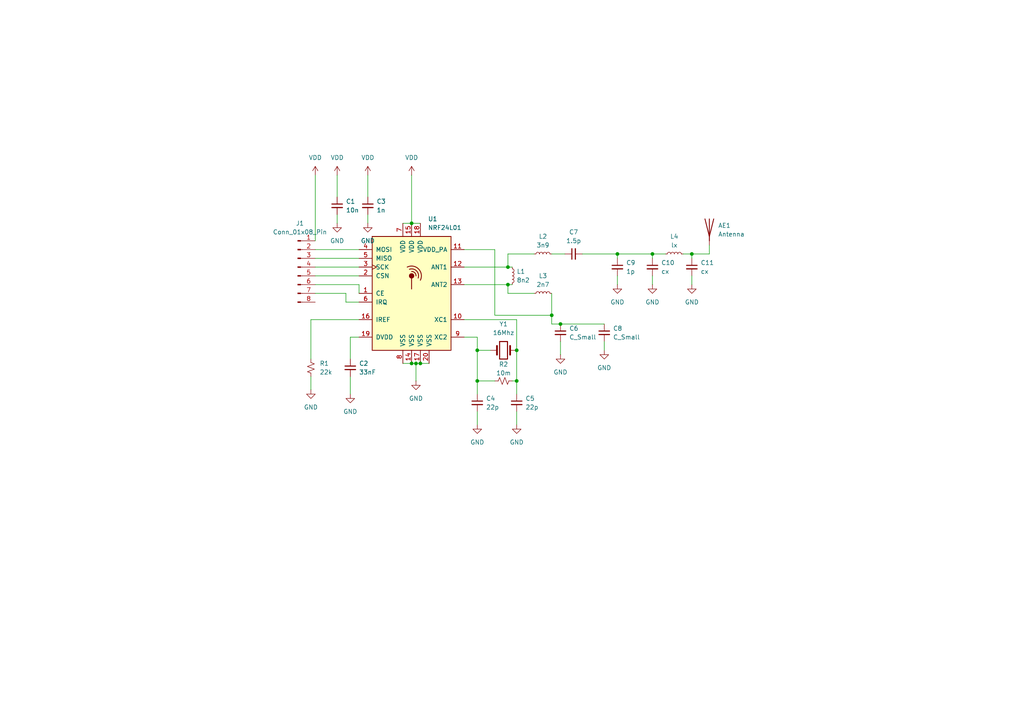
<source format=kicad_sch>
(kicad_sch
	(version 20231120)
	(generator "eeschema")
	(generator_version "8.0")
	(uuid "eaf494af-f862-44ad-80b5-f5f65d001f28")
	(paper "A4")
	(lib_symbols
		(symbol "Connector:Conn_01x08_Pin"
			(pin_names
				(offset 1.016) hide)
			(exclude_from_sim no)
			(in_bom yes)
			(on_board yes)
			(property "Reference" "J"
				(at 0 10.16 0)
				(effects
					(font
						(size 1.27 1.27)
					)
				)
			)
			(property "Value" "Conn_01x08_Pin"
				(at 0 -12.7 0)
				(effects
					(font
						(size 1.27 1.27)
					)
				)
			)
			(property "Footprint" ""
				(at 0 0 0)
				(effects
					(font
						(size 1.27 1.27)
					)
					(hide yes)
				)
			)
			(property "Datasheet" "~"
				(at 0 0 0)
				(effects
					(font
						(size 1.27 1.27)
					)
					(hide yes)
				)
			)
			(property "Description" "Generic connector, single row, 01x08, script generated"
				(at 0 0 0)
				(effects
					(font
						(size 1.27 1.27)
					)
					(hide yes)
				)
			)
			(property "ki_locked" ""
				(at 0 0 0)
				(effects
					(font
						(size 1.27 1.27)
					)
				)
			)
			(property "ki_keywords" "connector"
				(at 0 0 0)
				(effects
					(font
						(size 1.27 1.27)
					)
					(hide yes)
				)
			)
			(property "ki_fp_filters" "Connector*:*_1x??_*"
				(at 0 0 0)
				(effects
					(font
						(size 1.27 1.27)
					)
					(hide yes)
				)
			)
			(symbol "Conn_01x08_Pin_1_1"
				(polyline
					(pts
						(xy 1.27 -10.16) (xy 0.8636 -10.16)
					)
					(stroke
						(width 0.1524)
						(type default)
					)
					(fill
						(type none)
					)
				)
				(polyline
					(pts
						(xy 1.27 -7.62) (xy 0.8636 -7.62)
					)
					(stroke
						(width 0.1524)
						(type default)
					)
					(fill
						(type none)
					)
				)
				(polyline
					(pts
						(xy 1.27 -5.08) (xy 0.8636 -5.08)
					)
					(stroke
						(width 0.1524)
						(type default)
					)
					(fill
						(type none)
					)
				)
				(polyline
					(pts
						(xy 1.27 -2.54) (xy 0.8636 -2.54)
					)
					(stroke
						(width 0.1524)
						(type default)
					)
					(fill
						(type none)
					)
				)
				(polyline
					(pts
						(xy 1.27 0) (xy 0.8636 0)
					)
					(stroke
						(width 0.1524)
						(type default)
					)
					(fill
						(type none)
					)
				)
				(polyline
					(pts
						(xy 1.27 2.54) (xy 0.8636 2.54)
					)
					(stroke
						(width 0.1524)
						(type default)
					)
					(fill
						(type none)
					)
				)
				(polyline
					(pts
						(xy 1.27 5.08) (xy 0.8636 5.08)
					)
					(stroke
						(width 0.1524)
						(type default)
					)
					(fill
						(type none)
					)
				)
				(polyline
					(pts
						(xy 1.27 7.62) (xy 0.8636 7.62)
					)
					(stroke
						(width 0.1524)
						(type default)
					)
					(fill
						(type none)
					)
				)
				(rectangle
					(start 0.8636 -10.033)
					(end 0 -10.287)
					(stroke
						(width 0.1524)
						(type default)
					)
					(fill
						(type outline)
					)
				)
				(rectangle
					(start 0.8636 -7.493)
					(end 0 -7.747)
					(stroke
						(width 0.1524)
						(type default)
					)
					(fill
						(type outline)
					)
				)
				(rectangle
					(start 0.8636 -4.953)
					(end 0 -5.207)
					(stroke
						(width 0.1524)
						(type default)
					)
					(fill
						(type outline)
					)
				)
				(rectangle
					(start 0.8636 -2.413)
					(end 0 -2.667)
					(stroke
						(width 0.1524)
						(type default)
					)
					(fill
						(type outline)
					)
				)
				(rectangle
					(start 0.8636 0.127)
					(end 0 -0.127)
					(stroke
						(width 0.1524)
						(type default)
					)
					(fill
						(type outline)
					)
				)
				(rectangle
					(start 0.8636 2.667)
					(end 0 2.413)
					(stroke
						(width 0.1524)
						(type default)
					)
					(fill
						(type outline)
					)
				)
				(rectangle
					(start 0.8636 5.207)
					(end 0 4.953)
					(stroke
						(width 0.1524)
						(type default)
					)
					(fill
						(type outline)
					)
				)
				(rectangle
					(start 0.8636 7.747)
					(end 0 7.493)
					(stroke
						(width 0.1524)
						(type default)
					)
					(fill
						(type outline)
					)
				)
				(pin passive line
					(at 5.08 7.62 180)
					(length 3.81)
					(name "Pin_1"
						(effects
							(font
								(size 1.27 1.27)
							)
						)
					)
					(number "1"
						(effects
							(font
								(size 1.27 1.27)
							)
						)
					)
				)
				(pin passive line
					(at 5.08 5.08 180)
					(length 3.81)
					(name "Pin_2"
						(effects
							(font
								(size 1.27 1.27)
							)
						)
					)
					(number "2"
						(effects
							(font
								(size 1.27 1.27)
							)
						)
					)
				)
				(pin passive line
					(at 5.08 2.54 180)
					(length 3.81)
					(name "Pin_3"
						(effects
							(font
								(size 1.27 1.27)
							)
						)
					)
					(number "3"
						(effects
							(font
								(size 1.27 1.27)
							)
						)
					)
				)
				(pin passive line
					(at 5.08 0 180)
					(length 3.81)
					(name "Pin_4"
						(effects
							(font
								(size 1.27 1.27)
							)
						)
					)
					(number "4"
						(effects
							(font
								(size 1.27 1.27)
							)
						)
					)
				)
				(pin passive line
					(at 5.08 -2.54 180)
					(length 3.81)
					(name "Pin_5"
						(effects
							(font
								(size 1.27 1.27)
							)
						)
					)
					(number "5"
						(effects
							(font
								(size 1.27 1.27)
							)
						)
					)
				)
				(pin passive line
					(at 5.08 -5.08 180)
					(length 3.81)
					(name "Pin_6"
						(effects
							(font
								(size 1.27 1.27)
							)
						)
					)
					(number "6"
						(effects
							(font
								(size 1.27 1.27)
							)
						)
					)
				)
				(pin passive line
					(at 5.08 -7.62 180)
					(length 3.81)
					(name "Pin_7"
						(effects
							(font
								(size 1.27 1.27)
							)
						)
					)
					(number "7"
						(effects
							(font
								(size 1.27 1.27)
							)
						)
					)
				)
				(pin passive line
					(at 5.08 -10.16 180)
					(length 3.81)
					(name "Pin_8"
						(effects
							(font
								(size 1.27 1.27)
							)
						)
					)
					(number "8"
						(effects
							(font
								(size 1.27 1.27)
							)
						)
					)
				)
			)
		)
		(symbol "Device:Antenna"
			(pin_numbers hide)
			(pin_names
				(offset 1.016) hide)
			(exclude_from_sim no)
			(in_bom yes)
			(on_board yes)
			(property "Reference" "AE"
				(at -1.905 1.905 0)
				(effects
					(font
						(size 1.27 1.27)
					)
					(justify right)
				)
			)
			(property "Value" "Antenna"
				(at -1.905 0 0)
				(effects
					(font
						(size 1.27 1.27)
					)
					(justify right)
				)
			)
			(property "Footprint" ""
				(at 0 0 0)
				(effects
					(font
						(size 1.27 1.27)
					)
					(hide yes)
				)
			)
			(property "Datasheet" "~"
				(at 0 0 0)
				(effects
					(font
						(size 1.27 1.27)
					)
					(hide yes)
				)
			)
			(property "Description" "Antenna"
				(at 0 0 0)
				(effects
					(font
						(size 1.27 1.27)
					)
					(hide yes)
				)
			)
			(property "ki_keywords" "antenna"
				(at 0 0 0)
				(effects
					(font
						(size 1.27 1.27)
					)
					(hide yes)
				)
			)
			(symbol "Antenna_0_1"
				(polyline
					(pts
						(xy 0 2.54) (xy 0 -3.81)
					)
					(stroke
						(width 0.254)
						(type default)
					)
					(fill
						(type none)
					)
				)
				(polyline
					(pts
						(xy 1.27 2.54) (xy 0 -2.54) (xy -1.27 2.54)
					)
					(stroke
						(width 0.254)
						(type default)
					)
					(fill
						(type none)
					)
				)
			)
			(symbol "Antenna_1_1"
				(pin input line
					(at 0 -5.08 90)
					(length 2.54)
					(name "A"
						(effects
							(font
								(size 1.27 1.27)
							)
						)
					)
					(number "1"
						(effects
							(font
								(size 1.27 1.27)
							)
						)
					)
				)
			)
		)
		(symbol "Device:C_Small"
			(pin_numbers hide)
			(pin_names
				(offset 0.254) hide)
			(exclude_from_sim no)
			(in_bom yes)
			(on_board yes)
			(property "Reference" "C"
				(at 0.254 1.778 0)
				(effects
					(font
						(size 1.27 1.27)
					)
					(justify left)
				)
			)
			(property "Value" "C_Small"
				(at 0.254 -2.032 0)
				(effects
					(font
						(size 1.27 1.27)
					)
					(justify left)
				)
			)
			(property "Footprint" ""
				(at 0 0 0)
				(effects
					(font
						(size 1.27 1.27)
					)
					(hide yes)
				)
			)
			(property "Datasheet" "~"
				(at 0 0 0)
				(effects
					(font
						(size 1.27 1.27)
					)
					(hide yes)
				)
			)
			(property "Description" "Unpolarized capacitor, small symbol"
				(at 0 0 0)
				(effects
					(font
						(size 1.27 1.27)
					)
					(hide yes)
				)
			)
			(property "ki_keywords" "capacitor cap"
				(at 0 0 0)
				(effects
					(font
						(size 1.27 1.27)
					)
					(hide yes)
				)
			)
			(property "ki_fp_filters" "C_*"
				(at 0 0 0)
				(effects
					(font
						(size 1.27 1.27)
					)
					(hide yes)
				)
			)
			(symbol "C_Small_0_1"
				(polyline
					(pts
						(xy -1.524 -0.508) (xy 1.524 -0.508)
					)
					(stroke
						(width 0.3302)
						(type default)
					)
					(fill
						(type none)
					)
				)
				(polyline
					(pts
						(xy -1.524 0.508) (xy 1.524 0.508)
					)
					(stroke
						(width 0.3048)
						(type default)
					)
					(fill
						(type none)
					)
				)
			)
			(symbol "C_Small_1_1"
				(pin passive line
					(at 0 2.54 270)
					(length 2.032)
					(name "~"
						(effects
							(font
								(size 1.27 1.27)
							)
						)
					)
					(number "1"
						(effects
							(font
								(size 1.27 1.27)
							)
						)
					)
				)
				(pin passive line
					(at 0 -2.54 90)
					(length 2.032)
					(name "~"
						(effects
							(font
								(size 1.27 1.27)
							)
						)
					)
					(number "2"
						(effects
							(font
								(size 1.27 1.27)
							)
						)
					)
				)
			)
		)
		(symbol "Device:Crystal"
			(pin_numbers hide)
			(pin_names
				(offset 1.016) hide)
			(exclude_from_sim no)
			(in_bom yes)
			(on_board yes)
			(property "Reference" "Y"
				(at 0 3.81 0)
				(effects
					(font
						(size 1.27 1.27)
					)
				)
			)
			(property "Value" "Crystal"
				(at 0 -3.81 0)
				(effects
					(font
						(size 1.27 1.27)
					)
				)
			)
			(property "Footprint" ""
				(at 0 0 0)
				(effects
					(font
						(size 1.27 1.27)
					)
					(hide yes)
				)
			)
			(property "Datasheet" "~"
				(at 0 0 0)
				(effects
					(font
						(size 1.27 1.27)
					)
					(hide yes)
				)
			)
			(property "Description" "Two pin crystal"
				(at 0 0 0)
				(effects
					(font
						(size 1.27 1.27)
					)
					(hide yes)
				)
			)
			(property "ki_keywords" "quartz ceramic resonator oscillator"
				(at 0 0 0)
				(effects
					(font
						(size 1.27 1.27)
					)
					(hide yes)
				)
			)
			(property "ki_fp_filters" "Crystal*"
				(at 0 0 0)
				(effects
					(font
						(size 1.27 1.27)
					)
					(hide yes)
				)
			)
			(symbol "Crystal_0_1"
				(rectangle
					(start -1.143 2.54)
					(end 1.143 -2.54)
					(stroke
						(width 0.3048)
						(type default)
					)
					(fill
						(type none)
					)
				)
				(polyline
					(pts
						(xy -2.54 0) (xy -1.905 0)
					)
					(stroke
						(width 0)
						(type default)
					)
					(fill
						(type none)
					)
				)
				(polyline
					(pts
						(xy -1.905 -1.27) (xy -1.905 1.27)
					)
					(stroke
						(width 0.508)
						(type default)
					)
					(fill
						(type none)
					)
				)
				(polyline
					(pts
						(xy 1.905 -1.27) (xy 1.905 1.27)
					)
					(stroke
						(width 0.508)
						(type default)
					)
					(fill
						(type none)
					)
				)
				(polyline
					(pts
						(xy 2.54 0) (xy 1.905 0)
					)
					(stroke
						(width 0)
						(type default)
					)
					(fill
						(type none)
					)
				)
			)
			(symbol "Crystal_1_1"
				(pin passive line
					(at -3.81 0 0)
					(length 1.27)
					(name "1"
						(effects
							(font
								(size 1.27 1.27)
							)
						)
					)
					(number "1"
						(effects
							(font
								(size 1.27 1.27)
							)
						)
					)
				)
				(pin passive line
					(at 3.81 0 180)
					(length 1.27)
					(name "2"
						(effects
							(font
								(size 1.27 1.27)
							)
						)
					)
					(number "2"
						(effects
							(font
								(size 1.27 1.27)
							)
						)
					)
				)
			)
		)
		(symbol "Device:L_Small"
			(pin_numbers hide)
			(pin_names
				(offset 0.254) hide)
			(exclude_from_sim no)
			(in_bom yes)
			(on_board yes)
			(property "Reference" "L"
				(at 0.762 1.016 0)
				(effects
					(font
						(size 1.27 1.27)
					)
					(justify left)
				)
			)
			(property "Value" "L_Small"
				(at 0.762 -1.016 0)
				(effects
					(font
						(size 1.27 1.27)
					)
					(justify left)
				)
			)
			(property "Footprint" ""
				(at 0 0 0)
				(effects
					(font
						(size 1.27 1.27)
					)
					(hide yes)
				)
			)
			(property "Datasheet" "~"
				(at 0 0 0)
				(effects
					(font
						(size 1.27 1.27)
					)
					(hide yes)
				)
			)
			(property "Description" "Inductor, small symbol"
				(at 0 0 0)
				(effects
					(font
						(size 1.27 1.27)
					)
					(hide yes)
				)
			)
			(property "ki_keywords" "inductor choke coil reactor magnetic"
				(at 0 0 0)
				(effects
					(font
						(size 1.27 1.27)
					)
					(hide yes)
				)
			)
			(property "ki_fp_filters" "Choke_* *Coil* Inductor_* L_*"
				(at 0 0 0)
				(effects
					(font
						(size 1.27 1.27)
					)
					(hide yes)
				)
			)
			(symbol "L_Small_0_1"
				(arc
					(start 0 -2.032)
					(mid 0.5058 -1.524)
					(end 0 -1.016)
					(stroke
						(width 0)
						(type default)
					)
					(fill
						(type none)
					)
				)
				(arc
					(start 0 -1.016)
					(mid 0.5058 -0.508)
					(end 0 0)
					(stroke
						(width 0)
						(type default)
					)
					(fill
						(type none)
					)
				)
				(arc
					(start 0 0)
					(mid 0.5058 0.508)
					(end 0 1.016)
					(stroke
						(width 0)
						(type default)
					)
					(fill
						(type none)
					)
				)
				(arc
					(start 0 1.016)
					(mid 0.5058 1.524)
					(end 0 2.032)
					(stroke
						(width 0)
						(type default)
					)
					(fill
						(type none)
					)
				)
			)
			(symbol "L_Small_1_1"
				(pin passive line
					(at 0 2.54 270)
					(length 0.508)
					(name "~"
						(effects
							(font
								(size 1.27 1.27)
							)
						)
					)
					(number "1"
						(effects
							(font
								(size 1.27 1.27)
							)
						)
					)
				)
				(pin passive line
					(at 0 -2.54 90)
					(length 0.508)
					(name "~"
						(effects
							(font
								(size 1.27 1.27)
							)
						)
					)
					(number "2"
						(effects
							(font
								(size 1.27 1.27)
							)
						)
					)
				)
			)
		)
		(symbol "Device:R_Small_US"
			(pin_numbers hide)
			(pin_names
				(offset 0.254) hide)
			(exclude_from_sim no)
			(in_bom yes)
			(on_board yes)
			(property "Reference" "R"
				(at 0.762 0.508 0)
				(effects
					(font
						(size 1.27 1.27)
					)
					(justify left)
				)
			)
			(property "Value" "R_Small_US"
				(at 0.762 -1.016 0)
				(effects
					(font
						(size 1.27 1.27)
					)
					(justify left)
				)
			)
			(property "Footprint" ""
				(at 0 0 0)
				(effects
					(font
						(size 1.27 1.27)
					)
					(hide yes)
				)
			)
			(property "Datasheet" "~"
				(at 0 0 0)
				(effects
					(font
						(size 1.27 1.27)
					)
					(hide yes)
				)
			)
			(property "Description" "Resistor, small US symbol"
				(at 0 0 0)
				(effects
					(font
						(size 1.27 1.27)
					)
					(hide yes)
				)
			)
			(property "ki_keywords" "r resistor"
				(at 0 0 0)
				(effects
					(font
						(size 1.27 1.27)
					)
					(hide yes)
				)
			)
			(property "ki_fp_filters" "R_*"
				(at 0 0 0)
				(effects
					(font
						(size 1.27 1.27)
					)
					(hide yes)
				)
			)
			(symbol "R_Small_US_1_1"
				(polyline
					(pts
						(xy 0 0) (xy 1.016 -0.381) (xy 0 -0.762) (xy -1.016 -1.143) (xy 0 -1.524)
					)
					(stroke
						(width 0)
						(type default)
					)
					(fill
						(type none)
					)
				)
				(polyline
					(pts
						(xy 0 1.524) (xy 1.016 1.143) (xy 0 0.762) (xy -1.016 0.381) (xy 0 0)
					)
					(stroke
						(width 0)
						(type default)
					)
					(fill
						(type none)
					)
				)
				(pin passive line
					(at 0 2.54 270)
					(length 1.016)
					(name "~"
						(effects
							(font
								(size 1.27 1.27)
							)
						)
					)
					(number "1"
						(effects
							(font
								(size 1.27 1.27)
							)
						)
					)
				)
				(pin passive line
					(at 0 -2.54 90)
					(length 1.016)
					(name "~"
						(effects
							(font
								(size 1.27 1.27)
							)
						)
					)
					(number "2"
						(effects
							(font
								(size 1.27 1.27)
							)
						)
					)
				)
			)
		)
		(symbol "RF:NRF24L01"
			(pin_names
				(offset 1.016)
			)
			(exclude_from_sim no)
			(in_bom yes)
			(on_board yes)
			(property "Reference" "U"
				(at -11.43 17.78 0)
				(effects
					(font
						(size 1.27 1.27)
					)
					(justify left)
				)
			)
			(property "Value" "NRF24L01"
				(at 5.08 17.78 0)
				(effects
					(font
						(size 1.27 1.27)
					)
					(justify left)
				)
			)
			(property "Footprint" "Package_DFN_QFN:QFN-20-1EP_4x4mm_P0.5mm_EP2.5x2.5mm"
				(at 5.08 20.32 0)
				(effects
					(font
						(size 1.27 1.27)
						(italic yes)
					)
					(justify left)
					(hide yes)
				)
			)
			(property "Datasheet" "http://www.nordicsemi.com/eng/content/download/2730/34105/file/nRF24L01_Product_Specification_v2_0.pdf"
				(at 0 2.54 0)
				(effects
					(font
						(size 1.27 1.27)
					)
					(hide yes)
				)
			)
			(property "Description" "Ultra low power 2.4GHz RF Transceiver, QFN-20"
				(at 0 0 0)
				(effects
					(font
						(size 1.27 1.27)
					)
					(hide yes)
				)
			)
			(property "ki_keywords" "Low Power RF Transceiver"
				(at 0 0 0)
				(effects
					(font
						(size 1.27 1.27)
					)
					(hide yes)
				)
			)
			(property "ki_fp_filters" "QFN*4x4*0.5mm*"
				(at 0 0 0)
				(effects
					(font
						(size 1.27 1.27)
					)
					(hide yes)
				)
			)
			(symbol "NRF24L01_0_1"
				(rectangle
					(start -11.43 16.51)
					(end 11.43 -16.51)
					(stroke
						(width 0.254)
						(type default)
					)
					(fill
						(type background)
					)
				)
				(polyline
					(pts
						(xy 0 4.445) (xy 0 1.27)
					)
					(stroke
						(width 0.254)
						(type default)
					)
					(fill
						(type none)
					)
				)
				(circle
					(center 0 5.08)
					(radius 0.635)
					(stroke
						(width 0.254)
						(type default)
					)
					(fill
						(type outline)
					)
				)
				(arc
					(start 1.27 5.08)
					(mid 0.9071 5.9946)
					(end 0 6.35)
					(stroke
						(width 0.254)
						(type default)
					)
					(fill
						(type none)
					)
				)
				(arc
					(start 1.905 4.445)
					(mid 1.4313 6.5254)
					(end -0.635 6.985)
					(stroke
						(width 0.254)
						(type default)
					)
					(fill
						(type none)
					)
				)
				(arc
					(start 2.54 3.81)
					(mid 2.008 7.088)
					(end -1.27 7.62)
					(stroke
						(width 0.254)
						(type default)
					)
					(fill
						(type none)
					)
				)
				(rectangle
					(start 11.43 -13.97)
					(end 11.43 -13.97)
					(stroke
						(width 0)
						(type default)
					)
					(fill
						(type none)
					)
				)
			)
			(symbol "NRF24L01_1_1"
				(pin input line
					(at -15.24 0 0)
					(length 3.81)
					(name "CE"
						(effects
							(font
								(size 1.27 1.27)
							)
						)
					)
					(number "1"
						(effects
							(font
								(size 1.27 1.27)
							)
						)
					)
				)
				(pin passive line
					(at 15.24 -7.62 180)
					(length 3.81)
					(name "XC1"
						(effects
							(font
								(size 1.27 1.27)
							)
						)
					)
					(number "10"
						(effects
							(font
								(size 1.27 1.27)
							)
						)
					)
				)
				(pin power_out line
					(at 15.24 12.7 180)
					(length 3.81)
					(name "VDD_PA"
						(effects
							(font
								(size 1.27 1.27)
							)
						)
					)
					(number "11"
						(effects
							(font
								(size 1.27 1.27)
							)
						)
					)
				)
				(pin passive line
					(at 15.24 7.62 180)
					(length 3.81)
					(name "ANT1"
						(effects
							(font
								(size 1.27 1.27)
							)
						)
					)
					(number "12"
						(effects
							(font
								(size 1.27 1.27)
							)
						)
					)
				)
				(pin passive line
					(at 15.24 2.54 180)
					(length 3.81)
					(name "ANT2"
						(effects
							(font
								(size 1.27 1.27)
							)
						)
					)
					(number "13"
						(effects
							(font
								(size 1.27 1.27)
							)
						)
					)
				)
				(pin power_in line
					(at 0 -20.32 90)
					(length 3.81)
					(name "VSS"
						(effects
							(font
								(size 1.27 1.27)
							)
						)
					)
					(number "14"
						(effects
							(font
								(size 1.27 1.27)
							)
						)
					)
				)
				(pin power_in line
					(at 0 20.32 270)
					(length 3.81)
					(name "VDD"
						(effects
							(font
								(size 1.27 1.27)
							)
						)
					)
					(number "15"
						(effects
							(font
								(size 1.27 1.27)
							)
						)
					)
				)
				(pin passive line
					(at -15.24 -7.62 0)
					(length 3.81)
					(name "IREF"
						(effects
							(font
								(size 1.27 1.27)
							)
						)
					)
					(number "16"
						(effects
							(font
								(size 1.27 1.27)
							)
						)
					)
				)
				(pin power_in line
					(at 2.54 -20.32 90)
					(length 3.81)
					(name "VSS"
						(effects
							(font
								(size 1.27 1.27)
							)
						)
					)
					(number "17"
						(effects
							(font
								(size 1.27 1.27)
							)
						)
					)
				)
				(pin power_in line
					(at 2.54 20.32 270)
					(length 3.81)
					(name "VDD"
						(effects
							(font
								(size 1.27 1.27)
							)
						)
					)
					(number "18"
						(effects
							(font
								(size 1.27 1.27)
							)
						)
					)
				)
				(pin power_out line
					(at -15.24 -12.7 0)
					(length 3.81)
					(name "DVDD"
						(effects
							(font
								(size 1.27 1.27)
							)
						)
					)
					(number "19"
						(effects
							(font
								(size 1.27 1.27)
							)
						)
					)
				)
				(pin input line
					(at -15.24 5.08 0)
					(length 3.81)
					(name "CSN"
						(effects
							(font
								(size 1.27 1.27)
							)
						)
					)
					(number "2"
						(effects
							(font
								(size 1.27 1.27)
							)
						)
					)
				)
				(pin power_in line
					(at 5.08 -20.32 90)
					(length 3.81)
					(name "VSS"
						(effects
							(font
								(size 1.27 1.27)
							)
						)
					)
					(number "20"
						(effects
							(font
								(size 1.27 1.27)
							)
						)
					)
				)
				(pin input clock
					(at -15.24 7.62 0)
					(length 3.81)
					(name "SCK"
						(effects
							(font
								(size 1.27 1.27)
							)
						)
					)
					(number "3"
						(effects
							(font
								(size 1.27 1.27)
							)
						)
					)
				)
				(pin input line
					(at -15.24 12.7 0)
					(length 3.81)
					(name "MOSI"
						(effects
							(font
								(size 1.27 1.27)
							)
						)
					)
					(number "4"
						(effects
							(font
								(size 1.27 1.27)
							)
						)
					)
				)
				(pin output line
					(at -15.24 10.16 0)
					(length 3.81)
					(name "MISO"
						(effects
							(font
								(size 1.27 1.27)
							)
						)
					)
					(number "5"
						(effects
							(font
								(size 1.27 1.27)
							)
						)
					)
				)
				(pin output line
					(at -15.24 -2.54 0)
					(length 3.81)
					(name "IRQ"
						(effects
							(font
								(size 1.27 1.27)
							)
						)
					)
					(number "6"
						(effects
							(font
								(size 1.27 1.27)
							)
						)
					)
				)
				(pin power_in line
					(at -2.54 20.32 270)
					(length 3.81)
					(name "VDD"
						(effects
							(font
								(size 1.27 1.27)
							)
						)
					)
					(number "7"
						(effects
							(font
								(size 1.27 1.27)
							)
						)
					)
				)
				(pin power_in line
					(at -2.54 -20.32 90)
					(length 3.81)
					(name "VSS"
						(effects
							(font
								(size 1.27 1.27)
							)
						)
					)
					(number "8"
						(effects
							(font
								(size 1.27 1.27)
							)
						)
					)
				)
				(pin passive line
					(at 15.24 -12.7 180)
					(length 3.81)
					(name "XC2"
						(effects
							(font
								(size 1.27 1.27)
							)
						)
					)
					(number "9"
						(effects
							(font
								(size 1.27 1.27)
							)
						)
					)
				)
			)
		)
		(symbol "power:GND"
			(power)
			(pin_numbers hide)
			(pin_names
				(offset 0) hide)
			(exclude_from_sim no)
			(in_bom yes)
			(on_board yes)
			(property "Reference" "#PWR"
				(at 0 -6.35 0)
				(effects
					(font
						(size 1.27 1.27)
					)
					(hide yes)
				)
			)
			(property "Value" "GND"
				(at 0 -3.81 0)
				(effects
					(font
						(size 1.27 1.27)
					)
				)
			)
			(property "Footprint" ""
				(at 0 0 0)
				(effects
					(font
						(size 1.27 1.27)
					)
					(hide yes)
				)
			)
			(property "Datasheet" ""
				(at 0 0 0)
				(effects
					(font
						(size 1.27 1.27)
					)
					(hide yes)
				)
			)
			(property "Description" "Power symbol creates a global label with name \"GND\" , ground"
				(at 0 0 0)
				(effects
					(font
						(size 1.27 1.27)
					)
					(hide yes)
				)
			)
			(property "ki_keywords" "global power"
				(at 0 0 0)
				(effects
					(font
						(size 1.27 1.27)
					)
					(hide yes)
				)
			)
			(symbol "GND_0_1"
				(polyline
					(pts
						(xy 0 0) (xy 0 -1.27) (xy 1.27 -1.27) (xy 0 -2.54) (xy -1.27 -1.27) (xy 0 -1.27)
					)
					(stroke
						(width 0)
						(type default)
					)
					(fill
						(type none)
					)
				)
			)
			(symbol "GND_1_1"
				(pin power_in line
					(at 0 0 270)
					(length 0)
					(name "~"
						(effects
							(font
								(size 1.27 1.27)
							)
						)
					)
					(number "1"
						(effects
							(font
								(size 1.27 1.27)
							)
						)
					)
				)
			)
		)
		(symbol "power:VDD"
			(power)
			(pin_numbers hide)
			(pin_names
				(offset 0) hide)
			(exclude_from_sim no)
			(in_bom yes)
			(on_board yes)
			(property "Reference" "#PWR"
				(at 0 -3.81 0)
				(effects
					(font
						(size 1.27 1.27)
					)
					(hide yes)
				)
			)
			(property "Value" "VDD"
				(at 0 3.556 0)
				(effects
					(font
						(size 1.27 1.27)
					)
				)
			)
			(property "Footprint" ""
				(at 0 0 0)
				(effects
					(font
						(size 1.27 1.27)
					)
					(hide yes)
				)
			)
			(property "Datasheet" ""
				(at 0 0 0)
				(effects
					(font
						(size 1.27 1.27)
					)
					(hide yes)
				)
			)
			(property "Description" "Power symbol creates a global label with name \"VDD\""
				(at 0 0 0)
				(effects
					(font
						(size 1.27 1.27)
					)
					(hide yes)
				)
			)
			(property "ki_keywords" "global power"
				(at 0 0 0)
				(effects
					(font
						(size 1.27 1.27)
					)
					(hide yes)
				)
			)
			(symbol "VDD_0_1"
				(polyline
					(pts
						(xy -0.762 1.27) (xy 0 2.54)
					)
					(stroke
						(width 0)
						(type default)
					)
					(fill
						(type none)
					)
				)
				(polyline
					(pts
						(xy 0 0) (xy 0 2.54)
					)
					(stroke
						(width 0)
						(type default)
					)
					(fill
						(type none)
					)
				)
				(polyline
					(pts
						(xy 0 2.54) (xy 0.762 1.27)
					)
					(stroke
						(width 0)
						(type default)
					)
					(fill
						(type none)
					)
				)
			)
			(symbol "VDD_1_1"
				(pin power_in line
					(at 0 0 90)
					(length 0)
					(name "~"
						(effects
							(font
								(size 1.27 1.27)
							)
						)
					)
					(number "1"
						(effects
							(font
								(size 1.27 1.27)
							)
						)
					)
				)
			)
		)
	)
	(junction
		(at 147.32 77.47)
		(diameter 0)
		(color 0 0 0 0)
		(uuid "001b816e-5d84-48f9-bb1b-ad2045657b92")
	)
	(junction
		(at 119.38 105.41)
		(diameter 0)
		(color 0 0 0 0)
		(uuid "02f4b3f8-2a7b-4c3a-b095-24552703c59e")
	)
	(junction
		(at 160.02 91.44)
		(diameter 0)
		(color 0 0 0 0)
		(uuid "0399402f-aa59-4610-9ece-45e9ef187177")
	)
	(junction
		(at 200.66 73.66)
		(diameter 0)
		(color 0 0 0 0)
		(uuid "05edc1b6-71b3-4ba7-bfe3-fb44adfce2e1")
	)
	(junction
		(at 189.23 73.66)
		(diameter 0)
		(color 0 0 0 0)
		(uuid "21b8c234-7e53-459d-8f34-1671b831c008")
	)
	(junction
		(at 138.43 101.6)
		(diameter 0)
		(color 0 0 0 0)
		(uuid "2539d953-5f3e-4e7a-a694-a72d7388de63")
	)
	(junction
		(at 179.07 73.66)
		(diameter 0)
		(color 0 0 0 0)
		(uuid "26b19822-d7ee-4add-912e-afce25db06a4")
	)
	(junction
		(at 119.38 64.77)
		(diameter 0)
		(color 0 0 0 0)
		(uuid "3261b5a9-841b-430a-a099-62cd31960fab")
	)
	(junction
		(at 147.32 82.55)
		(diameter 0)
		(color 0 0 0 0)
		(uuid "63fce747-7c5c-4f4f-8163-d5add5d8699d")
	)
	(junction
		(at 120.65 105.41)
		(diameter 0)
		(color 0 0 0 0)
		(uuid "6f99e521-6502-472d-9da1-e51aeb571f13")
	)
	(junction
		(at 138.43 110.49)
		(diameter 0)
		(color 0 0 0 0)
		(uuid "9913e8b3-3fed-460c-ae3a-0c87e4e730ba")
	)
	(junction
		(at 149.86 101.6)
		(diameter 0)
		(color 0 0 0 0)
		(uuid "b1eed306-3f7c-4711-b556-a1df405c5b87")
	)
	(junction
		(at 121.92 105.41)
		(diameter 0)
		(color 0 0 0 0)
		(uuid "c4fa302e-8dcb-4e52-b14f-301d799055c6")
	)
	(junction
		(at 149.86 110.49)
		(diameter 0)
		(color 0 0 0 0)
		(uuid "d49daa8b-3bab-42fd-8477-9486e86b1ba2")
	)
	(junction
		(at 162.56 93.98)
		(diameter 0)
		(color 0 0 0 0)
		(uuid "e0a4a631-4ab5-4155-aa43-b7841db8cae0")
	)
	(wire
		(pts
			(xy 143.51 72.39) (xy 143.51 91.44)
		)
		(stroke
			(width 0)
			(type default)
		)
		(uuid "05d5bf7f-2979-4047-95a5-f692370e1aeb")
	)
	(wire
		(pts
			(xy 189.23 73.66) (xy 193.04 73.66)
		)
		(stroke
			(width 0)
			(type default)
		)
		(uuid "07561d76-652b-4033-a5ac-e49b97685d77")
	)
	(wire
		(pts
			(xy 200.66 73.66) (xy 200.66 74.93)
		)
		(stroke
			(width 0)
			(type default)
		)
		(uuid "076962f2-5e7c-4dbc-9d62-24b4b3624d4e")
	)
	(wire
		(pts
			(xy 134.62 72.39) (xy 143.51 72.39)
		)
		(stroke
			(width 0)
			(type default)
		)
		(uuid "0a77dd94-086e-41ef-8221-92ad3581a810")
	)
	(wire
		(pts
			(xy 200.66 73.66) (xy 205.74 73.66)
		)
		(stroke
			(width 0)
			(type default)
		)
		(uuid "0d2e2aa7-b31c-4cf8-b135-a3fca1361ce2")
	)
	(wire
		(pts
			(xy 106.68 62.23) (xy 106.68 64.77)
		)
		(stroke
			(width 0)
			(type default)
		)
		(uuid "0e29edb7-2345-4d2b-8ab7-5bb9a52a7b4f")
	)
	(wire
		(pts
			(xy 149.86 110.49) (xy 149.86 114.3)
		)
		(stroke
			(width 0)
			(type default)
		)
		(uuid "0f547dd6-5672-4949-b36e-96a21c2047c0")
	)
	(wire
		(pts
			(xy 160.02 93.98) (xy 162.56 93.98)
		)
		(stroke
			(width 0)
			(type default)
		)
		(uuid "123a1123-1bf7-4ea4-a10e-c41dea7227ed")
	)
	(wire
		(pts
			(xy 160.02 91.44) (xy 160.02 85.09)
		)
		(stroke
			(width 0)
			(type default)
		)
		(uuid "12c68143-3fcd-4c98-aae9-79c0168f0d8e")
	)
	(wire
		(pts
			(xy 120.65 105.41) (xy 120.65 110.49)
		)
		(stroke
			(width 0)
			(type default)
		)
		(uuid "1e649639-e7cd-48c8-ac34-2e4eba9d5288")
	)
	(wire
		(pts
			(xy 160.02 93.98) (xy 160.02 91.44)
		)
		(stroke
			(width 0)
			(type default)
		)
		(uuid "1ff260d7-cfa6-414c-a570-94fc6fbae95f")
	)
	(wire
		(pts
			(xy 138.43 97.79) (xy 138.43 101.6)
		)
		(stroke
			(width 0)
			(type default)
		)
		(uuid "1ff4e910-b36e-417a-af75-827eae96f7fd")
	)
	(wire
		(pts
			(xy 100.33 87.63) (xy 104.14 87.63)
		)
		(stroke
			(width 0)
			(type default)
		)
		(uuid "23bcd02e-a6cd-4b87-bbee-309737b6c3e1")
	)
	(wire
		(pts
			(xy 168.91 73.66) (xy 179.07 73.66)
		)
		(stroke
			(width 0)
			(type default)
		)
		(uuid "27944fa9-bcec-469a-ba40-f82d6de0c3e7")
	)
	(wire
		(pts
			(xy 162.56 93.98) (xy 175.26 93.98)
		)
		(stroke
			(width 0)
			(type default)
		)
		(uuid "2b044921-d85d-496a-a16d-f04b4d7ae1cc")
	)
	(wire
		(pts
			(xy 147.32 73.66) (xy 147.32 77.47)
		)
		(stroke
			(width 0)
			(type default)
		)
		(uuid "2c736b46-6958-439c-8003-dacf003be288")
	)
	(wire
		(pts
			(xy 138.43 119.38) (xy 138.43 123.19)
		)
		(stroke
			(width 0)
			(type default)
		)
		(uuid "2dcca11a-d26f-44ec-beeb-75647bf358ac")
	)
	(wire
		(pts
			(xy 200.66 80.01) (xy 200.66 82.55)
		)
		(stroke
			(width 0)
			(type default)
		)
		(uuid "321ba2ad-6294-41d9-b169-e26d8366cf2b")
	)
	(wire
		(pts
			(xy 175.26 99.06) (xy 175.26 101.6)
		)
		(stroke
			(width 0)
			(type default)
		)
		(uuid "3ed5dd42-e476-4cf1-aff7-7670d561b69e")
	)
	(wire
		(pts
			(xy 121.92 105.41) (xy 124.46 105.41)
		)
		(stroke
			(width 0)
			(type default)
		)
		(uuid "4446a51c-b4c4-4d66-a2ab-2013b1c304b7")
	)
	(wire
		(pts
			(xy 116.84 105.41) (xy 119.38 105.41)
		)
		(stroke
			(width 0)
			(type default)
		)
		(uuid "45117e6d-9b49-40a6-a4a5-745d384321a5")
	)
	(wire
		(pts
			(xy 198.12 73.66) (xy 200.66 73.66)
		)
		(stroke
			(width 0)
			(type default)
		)
		(uuid "45a1d14f-5374-41fc-a880-0fa09bd7b407")
	)
	(wire
		(pts
			(xy 119.38 105.41) (xy 120.65 105.41)
		)
		(stroke
			(width 0)
			(type default)
		)
		(uuid "45fcdb86-bca9-4372-8f05-30bd27295bcb")
	)
	(wire
		(pts
			(xy 149.86 119.38) (xy 149.86 123.19)
		)
		(stroke
			(width 0)
			(type default)
		)
		(uuid "4a790989-51b8-45a1-b967-92ffb92b04f2")
	)
	(wire
		(pts
			(xy 179.07 80.01) (xy 179.07 82.55)
		)
		(stroke
			(width 0)
			(type default)
		)
		(uuid "4af6a10d-e48f-4663-b626-48aab4824b92")
	)
	(wire
		(pts
			(xy 134.62 77.47) (xy 147.32 77.47)
		)
		(stroke
			(width 0)
			(type default)
		)
		(uuid "4b5cf4c8-46dd-418a-b41e-96945f0cac8c")
	)
	(wire
		(pts
			(xy 138.43 114.3) (xy 138.43 110.49)
		)
		(stroke
			(width 0)
			(type default)
		)
		(uuid "4b755243-123f-43f9-88ca-2c1e0793ede6")
	)
	(wire
		(pts
			(xy 97.79 62.23) (xy 97.79 64.77)
		)
		(stroke
			(width 0)
			(type default)
		)
		(uuid "4b763782-80e2-40e5-898a-3961b8e2f241")
	)
	(wire
		(pts
			(xy 189.23 80.01) (xy 189.23 82.55)
		)
		(stroke
			(width 0)
			(type default)
		)
		(uuid "4eca0168-f159-479c-9986-c4a8742ab716")
	)
	(wire
		(pts
			(xy 138.43 110.49) (xy 143.51 110.49)
		)
		(stroke
			(width 0)
			(type default)
		)
		(uuid "54e5bcdd-933d-4963-92dd-e5f7e5dad970")
	)
	(wire
		(pts
			(xy 179.07 73.66) (xy 179.07 74.93)
		)
		(stroke
			(width 0)
			(type default)
		)
		(uuid "579dde8e-22cc-474c-b57c-a5a4abf45edd")
	)
	(wire
		(pts
			(xy 143.51 91.44) (xy 160.02 91.44)
		)
		(stroke
			(width 0)
			(type default)
		)
		(uuid "5fc49045-cd21-496f-8031-bbd83260f6bf")
	)
	(wire
		(pts
			(xy 134.62 92.71) (xy 149.86 92.71)
		)
		(stroke
			(width 0)
			(type default)
		)
		(uuid "60d9fadb-dd94-40a4-b0a3-4e2232cff224")
	)
	(wire
		(pts
			(xy 162.56 99.06) (xy 162.56 102.87)
		)
		(stroke
			(width 0)
			(type default)
		)
		(uuid "65e1ec26-75f9-4084-aa3d-09bb79a847e0")
	)
	(wire
		(pts
			(xy 148.59 110.49) (xy 149.86 110.49)
		)
		(stroke
			(width 0)
			(type default)
		)
		(uuid "6b815ff9-d9e7-47b4-b402-fdce81418ecf")
	)
	(wire
		(pts
			(xy 91.44 80.01) (xy 104.14 80.01)
		)
		(stroke
			(width 0)
			(type default)
		)
		(uuid "6dc59c1d-e254-4845-813d-fc9af6eaa76f")
	)
	(wire
		(pts
			(xy 179.07 73.66) (xy 189.23 73.66)
		)
		(stroke
			(width 0)
			(type default)
		)
		(uuid "72f1b5be-531e-4d98-b4cd-f9a6809361c1")
	)
	(wire
		(pts
			(xy 138.43 101.6) (xy 138.43 110.49)
		)
		(stroke
			(width 0)
			(type default)
		)
		(uuid "7684b0f0-e583-4b7e-a018-51302b73c051")
	)
	(wire
		(pts
			(xy 100.33 85.09) (xy 100.33 87.63)
		)
		(stroke
			(width 0)
			(type default)
		)
		(uuid "768e9ff9-c8af-41c8-a82f-cad424cea1f6")
	)
	(wire
		(pts
			(xy 205.74 71.12) (xy 205.74 73.66)
		)
		(stroke
			(width 0)
			(type default)
		)
		(uuid "79f0047e-1d7a-471e-aae6-a0383c424c1e")
	)
	(wire
		(pts
			(xy 154.94 73.66) (xy 147.32 73.66)
		)
		(stroke
			(width 0)
			(type default)
		)
		(uuid "7eee27b7-abc6-449b-8c9f-66d483b44e36")
	)
	(wire
		(pts
			(xy 189.23 74.93) (xy 189.23 73.66)
		)
		(stroke
			(width 0)
			(type default)
		)
		(uuid "7f92dcad-c05b-4c39-bcbe-2ae1357a11fe")
	)
	(wire
		(pts
			(xy 101.6 97.79) (xy 104.14 97.79)
		)
		(stroke
			(width 0)
			(type default)
		)
		(uuid "80dbb319-b484-48ee-9327-4c1ec73f71e8")
	)
	(wire
		(pts
			(xy 120.65 105.41) (xy 121.92 105.41)
		)
		(stroke
			(width 0)
			(type default)
		)
		(uuid "8190c2d9-2700-4a19-a24c-e5119d96636d")
	)
	(wire
		(pts
			(xy 91.44 50.8) (xy 91.44 69.85)
		)
		(stroke
			(width 0)
			(type default)
		)
		(uuid "8942d08c-f10b-47ff-a05d-9d0bd1a9ab7a")
	)
	(wire
		(pts
			(xy 106.68 50.8) (xy 106.68 57.15)
		)
		(stroke
			(width 0)
			(type default)
		)
		(uuid "8b15889f-f70f-4756-823c-e1f094bf7de4")
	)
	(wire
		(pts
			(xy 154.94 85.09) (xy 147.32 85.09)
		)
		(stroke
			(width 0)
			(type default)
		)
		(uuid "8fd6569d-40e3-4356-8fe0-fb1ea6ab964b")
	)
	(wire
		(pts
			(xy 149.86 92.71) (xy 149.86 101.6)
		)
		(stroke
			(width 0)
			(type default)
		)
		(uuid "9866c445-093a-433d-8c45-167f903ae8cc")
	)
	(wire
		(pts
			(xy 149.86 101.6) (xy 149.86 110.49)
		)
		(stroke
			(width 0)
			(type default)
		)
		(uuid "9983a9eb-2868-4d87-98b7-76aebfe2743d")
	)
	(wire
		(pts
			(xy 91.44 82.55) (xy 104.14 82.55)
		)
		(stroke
			(width 0)
			(type default)
		)
		(uuid "ac1862a8-8825-46e8-934e-e1a9b36ed75e")
	)
	(wire
		(pts
			(xy 90.17 92.71) (xy 104.14 92.71)
		)
		(stroke
			(width 0)
			(type default)
		)
		(uuid "b6bdcb42-e818-4e7e-8b26-404c912eb9b6")
	)
	(wire
		(pts
			(xy 148.59 82.55) (xy 147.32 82.55)
		)
		(stroke
			(width 0)
			(type default)
		)
		(uuid "b842f6ec-3a35-48bd-b560-eb68d6143e7e")
	)
	(wire
		(pts
			(xy 134.62 82.55) (xy 147.32 82.55)
		)
		(stroke
			(width 0)
			(type default)
		)
		(uuid "b8a9f93b-b57c-4e1b-9d5e-4233db207acf")
	)
	(wire
		(pts
			(xy 91.44 74.93) (xy 104.14 74.93)
		)
		(stroke
			(width 0)
			(type default)
		)
		(uuid "b9aa99fd-2ef8-4155-9257-50551f6c93f0")
	)
	(wire
		(pts
			(xy 147.32 85.09) (xy 147.32 82.55)
		)
		(stroke
			(width 0)
			(type default)
		)
		(uuid "bb1464ae-1c1e-45d2-abef-83ed4cc9fa19")
	)
	(wire
		(pts
			(xy 160.02 73.66) (xy 163.83 73.66)
		)
		(stroke
			(width 0)
			(type default)
		)
		(uuid "bec44066-eef7-464a-90b4-f3dbbc634e94")
	)
	(wire
		(pts
			(xy 91.44 77.47) (xy 104.14 77.47)
		)
		(stroke
			(width 0)
			(type default)
		)
		(uuid "bf3df117-54eb-4981-ad3c-19a7d2d93b60")
	)
	(wire
		(pts
			(xy 134.62 97.79) (xy 138.43 97.79)
		)
		(stroke
			(width 0)
			(type default)
		)
		(uuid "c48d03f8-17ea-491c-a816-92a835cabf76")
	)
	(wire
		(pts
			(xy 90.17 109.22) (xy 90.17 113.03)
		)
		(stroke
			(width 0)
			(type default)
		)
		(uuid "c5119509-7fa1-4982-a802-38d5a5377bb7")
	)
	(wire
		(pts
			(xy 97.79 50.8) (xy 97.79 57.15)
		)
		(stroke
			(width 0)
			(type default)
		)
		(uuid "cb952d5c-a99d-402f-8ae3-d8e00a69e8af")
	)
	(wire
		(pts
			(xy 119.38 64.77) (xy 121.92 64.77)
		)
		(stroke
			(width 0)
			(type default)
		)
		(uuid "cd01cd41-cb0f-4183-aec0-99e0dea3b4f2")
	)
	(wire
		(pts
			(xy 91.44 72.39) (xy 104.14 72.39)
		)
		(stroke
			(width 0)
			(type default)
		)
		(uuid "d6f6838f-2a85-45b6-bcb1-c04416b379d6")
	)
	(wire
		(pts
			(xy 91.44 85.09) (xy 100.33 85.09)
		)
		(stroke
			(width 0)
			(type default)
		)
		(uuid "d7ab067f-ea63-481c-a13d-c13caefaa661")
	)
	(wire
		(pts
			(xy 116.84 64.77) (xy 119.38 64.77)
		)
		(stroke
			(width 0)
			(type default)
		)
		(uuid "e4851193-46af-42aa-b043-4e27e9f10534")
	)
	(wire
		(pts
			(xy 104.14 82.55) (xy 104.14 85.09)
		)
		(stroke
			(width 0)
			(type default)
		)
		(uuid "e49b35a9-c28f-4a12-9d10-8c0920b93270")
	)
	(wire
		(pts
			(xy 148.59 77.47) (xy 147.32 77.47)
		)
		(stroke
			(width 0)
			(type default)
		)
		(uuid "ee25229a-e2c1-4a96-b7ae-b907ccd29d3d")
	)
	(wire
		(pts
			(xy 90.17 104.14) (xy 90.17 92.71)
		)
		(stroke
			(width 0)
			(type default)
		)
		(uuid "f4f61e13-c64c-459e-ac4a-fcd6c04a1f0d")
	)
	(wire
		(pts
			(xy 101.6 104.14) (xy 101.6 97.79)
		)
		(stroke
			(width 0)
			(type default)
		)
		(uuid "f5b105a4-8cc9-44c6-a17f-5cbf48a0709a")
	)
	(wire
		(pts
			(xy 119.38 50.8) (xy 119.38 64.77)
		)
		(stroke
			(width 0)
			(type default)
		)
		(uuid "fb14f71d-8e84-46d2-ba4b-9f85bec29f78")
	)
	(wire
		(pts
			(xy 101.6 109.22) (xy 101.6 114.3)
		)
		(stroke
			(width 0)
			(type default)
		)
		(uuid "fb5b728c-2d50-4f37-9200-47fd2b2b56e1")
	)
	(wire
		(pts
			(xy 138.43 101.6) (xy 142.24 101.6)
		)
		(stroke
			(width 0)
			(type default)
		)
		(uuid "ffe1bf4c-e3b8-486b-808e-5cb2f2391da6")
	)
	(symbol
		(lib_id "Device:L_Small")
		(at 157.48 73.66 90)
		(unit 1)
		(exclude_from_sim no)
		(in_bom yes)
		(on_board yes)
		(dnp no)
		(fields_autoplaced yes)
		(uuid "01abd7c4-db77-446b-ae90-85449de2d81f")
		(property "Reference" "L2"
			(at 157.48 68.58 90)
			(effects
				(font
					(size 1.27 1.27)
				)
			)
		)
		(property "Value" "3n9"
			(at 157.48 71.12 90)
			(effects
				(font
					(size 1.27 1.27)
				)
			)
		)
		(property "Footprint" "Inductor_SMD:L_0603_1608Metric"
			(at 157.48 73.66 0)
			(effects
				(font
					(size 1.27 1.27)
				)
				(hide yes)
			)
		)
		(property "Datasheet" "~"
			(at 157.48 73.66 0)
			(effects
				(font
					(size 1.27 1.27)
				)
				(hide yes)
			)
		)
		(property "Description" "Inductor, small symbol"
			(at 157.48 73.66 0)
			(effects
				(font
					(size 1.27 1.27)
				)
				(hide yes)
			)
		)
		(pin "1"
			(uuid "7315c53b-e297-4f7d-ac48-7449a2b0a334")
		)
		(pin "2"
			(uuid "279112ad-0706-4e43-af22-2a2ded3601d3")
		)
		(instances
			(project "NRF24L01"
				(path "/eaf494af-f862-44ad-80b5-f5f65d001f28"
					(reference "L2")
					(unit 1)
				)
			)
		)
	)
	(symbol
		(lib_id "Device:Antenna")
		(at 205.74 66.04 0)
		(unit 1)
		(exclude_from_sim no)
		(in_bom yes)
		(on_board yes)
		(dnp no)
		(fields_autoplaced yes)
		(uuid "032cb4ac-6e14-40f8-9f79-c58da968af15")
		(property "Reference" "AE1"
			(at 208.28 65.4049 0)
			(effects
				(font
					(size 1.27 1.27)
				)
				(justify left)
			)
		)
		(property "Value" "Antenna"
			(at 208.28 67.9449 0)
			(effects
				(font
					(size 1.27 1.27)
				)
				(justify left)
			)
		)
		(property "Footprint" "RF_Antenna:Texas_SWRA117D_2.4GHz_Right"
			(at 205.74 66.04 0)
			(effects
				(font
					(size 1.27 1.27)
				)
				(hide yes)
			)
		)
		(property "Datasheet" "~"
			(at 205.74 66.04 0)
			(effects
				(font
					(size 1.27 1.27)
				)
				(hide yes)
			)
		)
		(property "Description" "Antenna"
			(at 205.74 66.04 0)
			(effects
				(font
					(size 1.27 1.27)
				)
				(hide yes)
			)
		)
		(pin "1"
			(uuid "f96aee07-593f-44b5-ae4a-02b20d0e017d")
		)
		(instances
			(project ""
				(path "/eaf494af-f862-44ad-80b5-f5f65d001f28"
					(reference "AE1")
					(unit 1)
				)
			)
		)
	)
	(symbol
		(lib_id "Device:L_Small")
		(at 157.48 85.09 90)
		(unit 1)
		(exclude_from_sim no)
		(in_bom yes)
		(on_board yes)
		(dnp no)
		(fields_autoplaced yes)
		(uuid "07b4e4fb-476a-42e0-9035-5f0d1d8850fb")
		(property "Reference" "L3"
			(at 157.48 80.01 90)
			(effects
				(font
					(size 1.27 1.27)
				)
			)
		)
		(property "Value" "2n7"
			(at 157.48 82.55 90)
			(effects
				(font
					(size 1.27 1.27)
				)
			)
		)
		(property "Footprint" "Inductor_SMD:L_0603_1608Metric"
			(at 157.48 85.09 0)
			(effects
				(font
					(size 1.27 1.27)
				)
				(hide yes)
			)
		)
		(property "Datasheet" "~"
			(at 157.48 85.09 0)
			(effects
				(font
					(size 1.27 1.27)
				)
				(hide yes)
			)
		)
		(property "Description" "Inductor, small symbol"
			(at 157.48 85.09 0)
			(effects
				(font
					(size 1.27 1.27)
				)
				(hide yes)
			)
		)
		(pin "1"
			(uuid "0ebdddb1-ba2e-4d8e-8b39-ec0d511be380")
		)
		(pin "2"
			(uuid "84d6bf0e-a080-44f7-b8df-0009005c20dc")
		)
		(instances
			(project "NRF24L01"
				(path "/eaf494af-f862-44ad-80b5-f5f65d001f28"
					(reference "L3")
					(unit 1)
				)
			)
		)
	)
	(symbol
		(lib_id "power:GND")
		(at 138.43 123.19 0)
		(unit 1)
		(exclude_from_sim no)
		(in_bom yes)
		(on_board yes)
		(dnp no)
		(fields_autoplaced yes)
		(uuid "0a754d63-8511-4446-ad62-9ba7cdd58d11")
		(property "Reference" "#PWR010"
			(at 138.43 129.54 0)
			(effects
				(font
					(size 1.27 1.27)
				)
				(hide yes)
			)
		)
		(property "Value" "GND"
			(at 138.43 128.27 0)
			(effects
				(font
					(size 1.27 1.27)
				)
			)
		)
		(property "Footprint" ""
			(at 138.43 123.19 0)
			(effects
				(font
					(size 1.27 1.27)
				)
				(hide yes)
			)
		)
		(property "Datasheet" ""
			(at 138.43 123.19 0)
			(effects
				(font
					(size 1.27 1.27)
				)
				(hide yes)
			)
		)
		(property "Description" "Power symbol creates a global label with name \"GND\" , ground"
			(at 138.43 123.19 0)
			(effects
				(font
					(size 1.27 1.27)
				)
				(hide yes)
			)
		)
		(pin "1"
			(uuid "a3f5fd0f-7ef1-4ad7-b149-4a9f97373230")
		)
		(instances
			(project "NRF24L01"
				(path "/eaf494af-f862-44ad-80b5-f5f65d001f28"
					(reference "#PWR010")
					(unit 1)
				)
			)
		)
	)
	(symbol
		(lib_id "power:GND")
		(at 97.79 64.77 0)
		(unit 1)
		(exclude_from_sim no)
		(in_bom yes)
		(on_board yes)
		(dnp no)
		(fields_autoplaced yes)
		(uuid "0e525110-5a94-4dac-a842-4d9ca168f809")
		(property "Reference" "#PWR04"
			(at 97.79 71.12 0)
			(effects
				(font
					(size 1.27 1.27)
				)
				(hide yes)
			)
		)
		(property "Value" "GND"
			(at 97.79 69.85 0)
			(effects
				(font
					(size 1.27 1.27)
				)
			)
		)
		(property "Footprint" ""
			(at 97.79 64.77 0)
			(effects
				(font
					(size 1.27 1.27)
				)
				(hide yes)
			)
		)
		(property "Datasheet" ""
			(at 97.79 64.77 0)
			(effects
				(font
					(size 1.27 1.27)
				)
				(hide yes)
			)
		)
		(property "Description" "Power symbol creates a global label with name \"GND\" , ground"
			(at 97.79 64.77 0)
			(effects
				(font
					(size 1.27 1.27)
				)
				(hide yes)
			)
		)
		(pin "1"
			(uuid "488d4094-5cc5-4d5e-b262-731084688d03")
		)
		(instances
			(project "NRF24L01"
				(path "/eaf494af-f862-44ad-80b5-f5f65d001f28"
					(reference "#PWR04")
					(unit 1)
				)
			)
		)
	)
	(symbol
		(lib_id "Device:C_Small")
		(at 166.37 73.66 90)
		(unit 1)
		(exclude_from_sim no)
		(in_bom yes)
		(on_board yes)
		(dnp no)
		(fields_autoplaced yes)
		(uuid "1ae83229-4371-48a0-9ce5-75bf672ce749")
		(property "Reference" "C7"
			(at 166.3763 67.31 90)
			(effects
				(font
					(size 1.27 1.27)
				)
			)
		)
		(property "Value" "1.5p"
			(at 166.3763 69.85 90)
			(effects
				(font
					(size 1.27 1.27)
				)
			)
		)
		(property "Footprint" "Capacitor_SMD:C_0603_1608Metric"
			(at 166.37 73.66 0)
			(effects
				(font
					(size 1.27 1.27)
				)
				(hide yes)
			)
		)
		(property "Datasheet" "~"
			(at 166.37 73.66 0)
			(effects
				(font
					(size 1.27 1.27)
				)
				(hide yes)
			)
		)
		(property "Description" "Unpolarized capacitor, small symbol"
			(at 166.37 73.66 0)
			(effects
				(font
					(size 1.27 1.27)
				)
				(hide yes)
			)
		)
		(pin "1"
			(uuid "c3ff14f1-2981-4293-9f7d-480c3670a5bf")
		)
		(pin "2"
			(uuid "20543237-4a94-46b2-aeed-409b648e2a5e")
		)
		(instances
			(project "NRF24L01"
				(path "/eaf494af-f862-44ad-80b5-f5f65d001f28"
					(reference "C7")
					(unit 1)
				)
			)
		)
	)
	(symbol
		(lib_id "power:GND")
		(at 179.07 82.55 0)
		(unit 1)
		(exclude_from_sim no)
		(in_bom yes)
		(on_board yes)
		(dnp no)
		(fields_autoplaced yes)
		(uuid "1b28feeb-0d6a-4504-8bde-152f1ceca3cc")
		(property "Reference" "#PWR014"
			(at 179.07 88.9 0)
			(effects
				(font
					(size 1.27 1.27)
				)
				(hide yes)
			)
		)
		(property "Value" "GND"
			(at 179.07 87.63 0)
			(effects
				(font
					(size 1.27 1.27)
				)
			)
		)
		(property "Footprint" ""
			(at 179.07 82.55 0)
			(effects
				(font
					(size 1.27 1.27)
				)
				(hide yes)
			)
		)
		(property "Datasheet" ""
			(at 179.07 82.55 0)
			(effects
				(font
					(size 1.27 1.27)
				)
				(hide yes)
			)
		)
		(property "Description" "Power symbol creates a global label with name \"GND\" , ground"
			(at 179.07 82.55 0)
			(effects
				(font
					(size 1.27 1.27)
				)
				(hide yes)
			)
		)
		(pin "1"
			(uuid "ea523bc3-b6ec-42ae-85a2-8132440d38a7")
		)
		(instances
			(project "NRF24L01"
				(path "/eaf494af-f862-44ad-80b5-f5f65d001f28"
					(reference "#PWR014")
					(unit 1)
				)
			)
		)
	)
	(symbol
		(lib_id "power:GND")
		(at 189.23 82.55 0)
		(unit 1)
		(exclude_from_sim no)
		(in_bom yes)
		(on_board yes)
		(dnp no)
		(fields_autoplaced yes)
		(uuid "1cbefddb-8731-4bf1-9808-dea302dba24f")
		(property "Reference" "#PWR015"
			(at 189.23 88.9 0)
			(effects
				(font
					(size 1.27 1.27)
				)
				(hide yes)
			)
		)
		(property "Value" "GND"
			(at 189.23 87.63 0)
			(effects
				(font
					(size 1.27 1.27)
				)
			)
		)
		(property "Footprint" ""
			(at 189.23 82.55 0)
			(effects
				(font
					(size 1.27 1.27)
				)
				(hide yes)
			)
		)
		(property "Datasheet" ""
			(at 189.23 82.55 0)
			(effects
				(font
					(size 1.27 1.27)
				)
				(hide yes)
			)
		)
		(property "Description" "Power symbol creates a global label with name \"GND\" , ground"
			(at 189.23 82.55 0)
			(effects
				(font
					(size 1.27 1.27)
				)
				(hide yes)
			)
		)
		(pin "1"
			(uuid "34335c46-f53a-4b67-8fdc-b7a927a47acb")
		)
		(instances
			(project "NRF24L01"
				(path "/eaf494af-f862-44ad-80b5-f5f65d001f28"
					(reference "#PWR015")
					(unit 1)
				)
			)
		)
	)
	(symbol
		(lib_id "Device:R_Small_US")
		(at 90.17 106.68 0)
		(unit 1)
		(exclude_from_sim no)
		(in_bom yes)
		(on_board yes)
		(dnp no)
		(fields_autoplaced yes)
		(uuid "34ec81f7-a4b2-4e28-9ecf-9d1b7537673a")
		(property "Reference" "R1"
			(at 92.71 105.4099 0)
			(effects
				(font
					(size 1.27 1.27)
				)
				(justify left)
			)
		)
		(property "Value" "22k"
			(at 92.71 107.9499 0)
			(effects
				(font
					(size 1.27 1.27)
				)
				(justify left)
			)
		)
		(property "Footprint" "Resistor_SMD:R_0201_0603Metric"
			(at 90.17 106.68 0)
			(effects
				(font
					(size 1.27 1.27)
				)
				(hide yes)
			)
		)
		(property "Datasheet" "~"
			(at 90.17 106.68 0)
			(effects
				(font
					(size 1.27 1.27)
				)
				(hide yes)
			)
		)
		(property "Description" "Resistor, small US symbol"
			(at 90.17 106.68 0)
			(effects
				(font
					(size 1.27 1.27)
				)
				(hide yes)
			)
		)
		(pin "1"
			(uuid "3f0954ff-c2ce-468e-ad6d-ca0e33443566")
		)
		(pin "2"
			(uuid "e6427a49-f4ab-49ce-b4d3-3579b7060315")
		)
		(instances
			(project "NRF24L01"
				(path "/eaf494af-f862-44ad-80b5-f5f65d001f28"
					(reference "R1")
					(unit 1)
				)
			)
		)
	)
	(symbol
		(lib_id "Connector:Conn_01x08_Pin")
		(at 86.36 77.47 0)
		(unit 1)
		(exclude_from_sim no)
		(in_bom yes)
		(on_board yes)
		(dnp no)
		(fields_autoplaced yes)
		(uuid "3ab36944-42a4-4766-afcc-909516a03a71")
		(property "Reference" "J1"
			(at 86.995 64.77 0)
			(effects
				(font
					(size 1.27 1.27)
				)
			)
		)
		(property "Value" "Conn_01x08_Pin"
			(at 86.995 67.31 0)
			(effects
				(font
					(size 1.27 1.27)
				)
			)
		)
		(property "Footprint" "Connector_Hirose:Hirose_DF13-08P-1.25DSA_1x08_P1.25mm_Vertical"
			(at 86.36 77.47 0)
			(effects
				(font
					(size 1.27 1.27)
				)
				(hide yes)
			)
		)
		(property "Datasheet" "~"
			(at 86.36 77.47 0)
			(effects
				(font
					(size 1.27 1.27)
				)
				(hide yes)
			)
		)
		(property "Description" "Generic connector, single row, 01x08, script generated"
			(at 86.36 77.47 0)
			(effects
				(font
					(size 1.27 1.27)
				)
				(hide yes)
			)
		)
		(pin "4"
			(uuid "30fda07a-2e67-4508-92ea-ef3c01d7db15")
		)
		(pin "8"
			(uuid "29e51ef7-2a01-4af1-b418-92ed7b48e989")
		)
		(pin "6"
			(uuid "3efcac85-c892-4183-9ff4-ea3905ef7334")
		)
		(pin "3"
			(uuid "30dd77b4-9f17-4081-b2de-ba7a86af231e")
		)
		(pin "2"
			(uuid "c45528ab-4952-4868-a6c7-c68f0823e933")
		)
		(pin "5"
			(uuid "fe711cd8-1a44-4153-9b39-83078208e3d6")
		)
		(pin "1"
			(uuid "ca43925d-79e7-4935-b63e-af3b259ce2e0")
		)
		(pin "7"
			(uuid "93c346bd-e906-4ef8-8ed4-ee67be645962")
		)
		(instances
			(project ""
				(path "/eaf494af-f862-44ad-80b5-f5f65d001f28"
					(reference "J1")
					(unit 1)
				)
			)
		)
	)
	(symbol
		(lib_id "power:VDD")
		(at 91.44 50.8 0)
		(unit 1)
		(exclude_from_sim no)
		(in_bom yes)
		(on_board yes)
		(dnp no)
		(fields_autoplaced yes)
		(uuid "4608b4c5-367a-4c90-a7fa-4439e90ee118")
		(property "Reference" "#PWR02"
			(at 91.44 54.61 0)
			(effects
				(font
					(size 1.27 1.27)
				)
				(hide yes)
			)
		)
		(property "Value" "VDD"
			(at 91.44 45.72 0)
			(effects
				(font
					(size 1.27 1.27)
				)
			)
		)
		(property "Footprint" ""
			(at 91.44 50.8 0)
			(effects
				(font
					(size 1.27 1.27)
				)
				(hide yes)
			)
		)
		(property "Datasheet" ""
			(at 91.44 50.8 0)
			(effects
				(font
					(size 1.27 1.27)
				)
				(hide yes)
			)
		)
		(property "Description" "Power symbol creates a global label with name \"VDD\""
			(at 91.44 50.8 0)
			(effects
				(font
					(size 1.27 1.27)
				)
				(hide yes)
			)
		)
		(pin "1"
			(uuid "d56f5fac-5195-4dc9-b607-82212a2501e9")
		)
		(instances
			(project "NRF24L01"
				(path "/eaf494af-f862-44ad-80b5-f5f65d001f28"
					(reference "#PWR02")
					(unit 1)
				)
			)
		)
	)
	(symbol
		(lib_id "Device:C_Small")
		(at 149.86 116.84 0)
		(unit 1)
		(exclude_from_sim no)
		(in_bom yes)
		(on_board yes)
		(dnp no)
		(fields_autoplaced yes)
		(uuid "4adb4d25-fd0e-4f2f-a3bd-98b841c7c9b6")
		(property "Reference" "C5"
			(at 152.4 115.5762 0)
			(effects
				(font
					(size 1.27 1.27)
				)
				(justify left)
			)
		)
		(property "Value" "22p"
			(at 152.4 118.1162 0)
			(effects
				(font
					(size 1.27 1.27)
				)
				(justify left)
			)
		)
		(property "Footprint" "Capacitor_SMD:C_0603_1608Metric"
			(at 149.86 116.84 0)
			(effects
				(font
					(size 1.27 1.27)
				)
				(hide yes)
			)
		)
		(property "Datasheet" "~"
			(at 149.86 116.84 0)
			(effects
				(font
					(size 1.27 1.27)
				)
				(hide yes)
			)
		)
		(property "Description" "Unpolarized capacitor, small symbol"
			(at 149.86 116.84 0)
			(effects
				(font
					(size 1.27 1.27)
				)
				(hide yes)
			)
		)
		(pin "1"
			(uuid "522d9731-1ea3-4c7b-9fca-3b9eae6c5417")
		)
		(pin "2"
			(uuid "5027767c-d149-4d0f-97eb-088abd50044b")
		)
		(instances
			(project "NRF24L01"
				(path "/eaf494af-f862-44ad-80b5-f5f65d001f28"
					(reference "C5")
					(unit 1)
				)
			)
		)
	)
	(symbol
		(lib_id "power:GND")
		(at 106.68 64.77 0)
		(unit 1)
		(exclude_from_sim no)
		(in_bom yes)
		(on_board yes)
		(dnp no)
		(fields_autoplaced yes)
		(uuid "4c018aa8-dbc0-4d57-b86f-3ae1cbaaabd3")
		(property "Reference" "#PWR07"
			(at 106.68 71.12 0)
			(effects
				(font
					(size 1.27 1.27)
				)
				(hide yes)
			)
		)
		(property "Value" "GND"
			(at 106.68 69.85 0)
			(effects
				(font
					(size 1.27 1.27)
				)
			)
		)
		(property "Footprint" ""
			(at 106.68 64.77 0)
			(effects
				(font
					(size 1.27 1.27)
				)
				(hide yes)
			)
		)
		(property "Datasheet" ""
			(at 106.68 64.77 0)
			(effects
				(font
					(size 1.27 1.27)
				)
				(hide yes)
			)
		)
		(property "Description" "Power symbol creates a global label with name \"GND\" , ground"
			(at 106.68 64.77 0)
			(effects
				(font
					(size 1.27 1.27)
				)
				(hide yes)
			)
		)
		(pin "1"
			(uuid "0e307a85-37e1-44af-976f-14fbed0b1424")
		)
		(instances
			(project "NRF24L01"
				(path "/eaf494af-f862-44ad-80b5-f5f65d001f28"
					(reference "#PWR07")
					(unit 1)
				)
			)
		)
	)
	(symbol
		(lib_id "power:GND")
		(at 149.86 123.19 0)
		(unit 1)
		(exclude_from_sim no)
		(in_bom yes)
		(on_board yes)
		(dnp no)
		(fields_autoplaced yes)
		(uuid "54f20abb-cf50-4fcb-95d8-02afd2b334e1")
		(property "Reference" "#PWR011"
			(at 149.86 129.54 0)
			(effects
				(font
					(size 1.27 1.27)
				)
				(hide yes)
			)
		)
		(property "Value" "GND"
			(at 149.86 128.27 0)
			(effects
				(font
					(size 1.27 1.27)
				)
			)
		)
		(property "Footprint" ""
			(at 149.86 123.19 0)
			(effects
				(font
					(size 1.27 1.27)
				)
				(hide yes)
			)
		)
		(property "Datasheet" ""
			(at 149.86 123.19 0)
			(effects
				(font
					(size 1.27 1.27)
				)
				(hide yes)
			)
		)
		(property "Description" "Power symbol creates a global label with name \"GND\" , ground"
			(at 149.86 123.19 0)
			(effects
				(font
					(size 1.27 1.27)
				)
				(hide yes)
			)
		)
		(pin "1"
			(uuid "08cb76f7-5dec-4622-b8e4-a9da7876be71")
		)
		(instances
			(project "NRF24L01"
				(path "/eaf494af-f862-44ad-80b5-f5f65d001f28"
					(reference "#PWR011")
					(unit 1)
				)
			)
		)
	)
	(symbol
		(lib_id "Device:C_Small")
		(at 138.43 116.84 0)
		(unit 1)
		(exclude_from_sim no)
		(in_bom yes)
		(on_board yes)
		(dnp no)
		(fields_autoplaced yes)
		(uuid "5cd7d02a-8f06-403e-ba42-c62f1aa7f818")
		(property "Reference" "C4"
			(at 140.97 115.5762 0)
			(effects
				(font
					(size 1.27 1.27)
				)
				(justify left)
			)
		)
		(property "Value" "22p"
			(at 140.97 118.1162 0)
			(effects
				(font
					(size 1.27 1.27)
				)
				(justify left)
			)
		)
		(property "Footprint" "Capacitor_SMD:C_0603_1608Metric"
			(at 138.43 116.84 0)
			(effects
				(font
					(size 1.27 1.27)
				)
				(hide yes)
			)
		)
		(property "Datasheet" "~"
			(at 138.43 116.84 0)
			(effects
				(font
					(size 1.27 1.27)
				)
				(hide yes)
			)
		)
		(property "Description" "Unpolarized capacitor, small symbol"
			(at 138.43 116.84 0)
			(effects
				(font
					(size 1.27 1.27)
				)
				(hide yes)
			)
		)
		(pin "1"
			(uuid "f3162e44-dd09-4a6d-9273-69b26af0b5bf")
		)
		(pin "2"
			(uuid "cc9eb2f5-04d9-4f80-a652-2034a6b2eb5c")
		)
		(instances
			(project "NRF24L01"
				(path "/eaf494af-f862-44ad-80b5-f5f65d001f28"
					(reference "C4")
					(unit 1)
				)
			)
		)
	)
	(symbol
		(lib_id "Device:C_Small")
		(at 179.07 77.47 0)
		(unit 1)
		(exclude_from_sim no)
		(in_bom yes)
		(on_board yes)
		(dnp no)
		(fields_autoplaced yes)
		(uuid "5d19437e-4549-4067-bcbc-ddd96f047494")
		(property "Reference" "C9"
			(at 181.61 76.2062 0)
			(effects
				(font
					(size 1.27 1.27)
				)
				(justify left)
			)
		)
		(property "Value" "1p"
			(at 181.61 78.7462 0)
			(effects
				(font
					(size 1.27 1.27)
				)
				(justify left)
			)
		)
		(property "Footprint" "Capacitor_SMD:C_0603_1608Metric"
			(at 179.07 77.47 0)
			(effects
				(font
					(size 1.27 1.27)
				)
				(hide yes)
			)
		)
		(property "Datasheet" "~"
			(at 179.07 77.47 0)
			(effects
				(font
					(size 1.27 1.27)
				)
				(hide yes)
			)
		)
		(property "Description" "Unpolarized capacitor, small symbol"
			(at 179.07 77.47 0)
			(effects
				(font
					(size 1.27 1.27)
				)
				(hide yes)
			)
		)
		(pin "1"
			(uuid "ff4c646c-f9e2-4246-a321-ecfe30528b4d")
		)
		(pin "2"
			(uuid "24d7bb0c-5cce-4a0c-9f02-e408cdfa0ae0")
		)
		(instances
			(project "NRF24L01"
				(path "/eaf494af-f862-44ad-80b5-f5f65d001f28"
					(reference "C9")
					(unit 1)
				)
			)
		)
	)
	(symbol
		(lib_id "power:VDD")
		(at 119.38 50.8 0)
		(unit 1)
		(exclude_from_sim no)
		(in_bom yes)
		(on_board yes)
		(dnp no)
		(fields_autoplaced yes)
		(uuid "627c70e7-dca5-4d41-8d0b-e96f31f583d6")
		(property "Reference" "#PWR08"
			(at 119.38 54.61 0)
			(effects
				(font
					(size 1.27 1.27)
				)
				(hide yes)
			)
		)
		(property "Value" "VDD"
			(at 119.38 45.72 0)
			(effects
				(font
					(size 1.27 1.27)
				)
			)
		)
		(property "Footprint" ""
			(at 119.38 50.8 0)
			(effects
				(font
					(size 1.27 1.27)
				)
				(hide yes)
			)
		)
		(property "Datasheet" ""
			(at 119.38 50.8 0)
			(effects
				(font
					(size 1.27 1.27)
				)
				(hide yes)
			)
		)
		(property "Description" "Power symbol creates a global label with name \"VDD\""
			(at 119.38 50.8 0)
			(effects
				(font
					(size 1.27 1.27)
				)
				(hide yes)
			)
		)
		(pin "1"
			(uuid "4a3f5281-238e-4911-ba51-0a6f0736cfae")
		)
		(instances
			(project ""
				(path "/eaf494af-f862-44ad-80b5-f5f65d001f28"
					(reference "#PWR08")
					(unit 1)
				)
			)
		)
	)
	(symbol
		(lib_id "Device:Crystal")
		(at 146.05 101.6 0)
		(unit 1)
		(exclude_from_sim no)
		(in_bom yes)
		(on_board yes)
		(dnp no)
		(fields_autoplaced yes)
		(uuid "8913191b-aa2e-45f0-a22a-9e600adfdcd7")
		(property "Reference" "Y1"
			(at 146.05 93.98 0)
			(effects
				(font
					(size 1.27 1.27)
				)
			)
		)
		(property "Value" "16Mhz"
			(at 146.05 96.52 0)
			(effects
				(font
					(size 1.27 1.27)
				)
			)
		)
		(property "Footprint" "Crystal:Crystal_SMD_3215-2Pin_3.2x1.5mm"
			(at 146.05 101.6 0)
			(effects
				(font
					(size 1.27 1.27)
				)
				(hide yes)
			)
		)
		(property "Datasheet" "~"
			(at 146.05 101.6 0)
			(effects
				(font
					(size 1.27 1.27)
				)
				(hide yes)
			)
		)
		(property "Description" "Two pin crystal"
			(at 146.05 101.6 0)
			(effects
				(font
					(size 1.27 1.27)
				)
				(hide yes)
			)
		)
		(pin "1"
			(uuid "d15149c6-5ee5-4522-b170-dbcbca5eca8c")
		)
		(pin "2"
			(uuid "1f7ba761-c0f0-4fc6-b593-7627c9424219")
		)
		(instances
			(project ""
				(path "/eaf494af-f862-44ad-80b5-f5f65d001f28"
					(reference "Y1")
					(unit 1)
				)
			)
		)
	)
	(symbol
		(lib_id "power:GND")
		(at 175.26 101.6 0)
		(unit 1)
		(exclude_from_sim no)
		(in_bom yes)
		(on_board yes)
		(dnp no)
		(fields_autoplaced yes)
		(uuid "8ac918c5-ed8e-4d98-9aa1-9fc8b4475be9")
		(property "Reference" "#PWR013"
			(at 175.26 107.95 0)
			(effects
				(font
					(size 1.27 1.27)
				)
				(hide yes)
			)
		)
		(property "Value" "GND"
			(at 175.26 106.68 0)
			(effects
				(font
					(size 1.27 1.27)
				)
			)
		)
		(property "Footprint" ""
			(at 175.26 101.6 0)
			(effects
				(font
					(size 1.27 1.27)
				)
				(hide yes)
			)
		)
		(property "Datasheet" ""
			(at 175.26 101.6 0)
			(effects
				(font
					(size 1.27 1.27)
				)
				(hide yes)
			)
		)
		(property "Description" "Power symbol creates a global label with name \"GND\" , ground"
			(at 175.26 101.6 0)
			(effects
				(font
					(size 1.27 1.27)
				)
				(hide yes)
			)
		)
		(pin "1"
			(uuid "9b27d8d7-55db-4949-9750-c3d89d5f5b99")
		)
		(instances
			(project "NRF24L01"
				(path "/eaf494af-f862-44ad-80b5-f5f65d001f28"
					(reference "#PWR013")
					(unit 1)
				)
			)
		)
	)
	(symbol
		(lib_id "Device:C_Small")
		(at 189.23 77.47 0)
		(unit 1)
		(exclude_from_sim no)
		(in_bom yes)
		(on_board yes)
		(dnp no)
		(fields_autoplaced yes)
		(uuid "8fe54cbe-6a65-46dc-a189-51bc5b872805")
		(property "Reference" "C10"
			(at 191.77 76.2062 0)
			(effects
				(font
					(size 1.27 1.27)
				)
				(justify left)
			)
		)
		(property "Value" "cx"
			(at 191.77 78.7462 0)
			(effects
				(font
					(size 1.27 1.27)
				)
				(justify left)
			)
		)
		(property "Footprint" "Capacitor_SMD:C_0603_1608Metric"
			(at 189.23 77.47 0)
			(effects
				(font
					(size 1.27 1.27)
				)
				(hide yes)
			)
		)
		(property "Datasheet" "~"
			(at 189.23 77.47 0)
			(effects
				(font
					(size 1.27 1.27)
				)
				(hide yes)
			)
		)
		(property "Description" "Unpolarized capacitor, small symbol"
			(at 189.23 77.47 0)
			(effects
				(font
					(size 1.27 1.27)
				)
				(hide yes)
			)
		)
		(pin "1"
			(uuid "2f2ea577-4b02-4b74-9753-cea6d9bb5daa")
		)
		(pin "2"
			(uuid "fce2816c-a9fc-4280-9c9d-7e87060a1ad5")
		)
		(instances
			(project "NRF24L01"
				(path "/eaf494af-f862-44ad-80b5-f5f65d001f28"
					(reference "C10")
					(unit 1)
				)
			)
		)
	)
	(symbol
		(lib_id "power:VDD")
		(at 106.68 50.8 0)
		(unit 1)
		(exclude_from_sim no)
		(in_bom yes)
		(on_board yes)
		(dnp no)
		(fields_autoplaced yes)
		(uuid "9e67bda2-eb4b-4193-9380-0ce34c1f568e")
		(property "Reference" "#PWR06"
			(at 106.68 54.61 0)
			(effects
				(font
					(size 1.27 1.27)
				)
				(hide yes)
			)
		)
		(property "Value" "VDD"
			(at 106.68 45.72 0)
			(effects
				(font
					(size 1.27 1.27)
				)
			)
		)
		(property "Footprint" ""
			(at 106.68 50.8 0)
			(effects
				(font
					(size 1.27 1.27)
				)
				(hide yes)
			)
		)
		(property "Datasheet" ""
			(at 106.68 50.8 0)
			(effects
				(font
					(size 1.27 1.27)
				)
				(hide yes)
			)
		)
		(property "Description" "Power symbol creates a global label with name \"VDD\""
			(at 106.68 50.8 0)
			(effects
				(font
					(size 1.27 1.27)
				)
				(hide yes)
			)
		)
		(pin "1"
			(uuid "fc142878-3fd8-479b-80fc-707286327b41")
		)
		(instances
			(project "NRF24L01"
				(path "/eaf494af-f862-44ad-80b5-f5f65d001f28"
					(reference "#PWR06")
					(unit 1)
				)
			)
		)
	)
	(symbol
		(lib_id "Device:R_Small_US")
		(at 146.05 110.49 270)
		(unit 1)
		(exclude_from_sim no)
		(in_bom yes)
		(on_board yes)
		(dnp no)
		(uuid "9e979ad4-c7f8-4390-8c61-ff0037ba6752")
		(property "Reference" "R2"
			(at 146.05 105.664 90)
			(effects
				(font
					(size 1.27 1.27)
				)
			)
		)
		(property "Value" "10m"
			(at 146.05 108.204 90)
			(effects
				(font
					(size 1.27 1.27)
				)
			)
		)
		(property "Footprint" "Resistor_SMD:R_0201_0603Metric"
			(at 146.05 110.49 0)
			(effects
				(font
					(size 1.27 1.27)
				)
				(hide yes)
			)
		)
		(property "Datasheet" "~"
			(at 146.05 110.49 0)
			(effects
				(font
					(size 1.27 1.27)
				)
				(hide yes)
			)
		)
		(property "Description" "Resistor, small US symbol"
			(at 146.05 110.49 0)
			(effects
				(font
					(size 1.27 1.27)
				)
				(hide yes)
			)
		)
		(pin "1"
			(uuid "54ca71fb-e815-4256-8817-3e3d527d55b9")
		)
		(pin "2"
			(uuid "9e20aa5d-d799-4e07-bac7-e313fa65804f")
		)
		(instances
			(project "NRF24L01"
				(path "/eaf494af-f862-44ad-80b5-f5f65d001f28"
					(reference "R2")
					(unit 1)
				)
			)
		)
	)
	(symbol
		(lib_id "Device:C_Small")
		(at 162.56 96.52 0)
		(unit 1)
		(exclude_from_sim no)
		(in_bom yes)
		(on_board yes)
		(dnp no)
		(fields_autoplaced yes)
		(uuid "a855beda-0954-42c7-84b5-97281847a86f")
		(property "Reference" "C6"
			(at 165.1 95.2562 0)
			(effects
				(font
					(size 1.27 1.27)
				)
				(justify left)
			)
		)
		(property "Value" "C_Small"
			(at 165.1 97.7962 0)
			(effects
				(font
					(size 1.27 1.27)
				)
				(justify left)
			)
		)
		(property "Footprint" "Capacitor_SMD:C_0603_1608Metric"
			(at 162.56 96.52 0)
			(effects
				(font
					(size 1.27 1.27)
				)
				(hide yes)
			)
		)
		(property "Datasheet" "~"
			(at 162.56 96.52 0)
			(effects
				(font
					(size 1.27 1.27)
				)
				(hide yes)
			)
		)
		(property "Description" "Unpolarized capacitor, small symbol"
			(at 162.56 96.52 0)
			(effects
				(font
					(size 1.27 1.27)
				)
				(hide yes)
			)
		)
		(pin "1"
			(uuid "6632d08a-e7ca-453f-ad37-24722507c496")
		)
		(pin "2"
			(uuid "22389aca-b039-45e6-9ce6-77e4a9cbf368")
		)
		(instances
			(project "NRF24L01"
				(path "/eaf494af-f862-44ad-80b5-f5f65d001f28"
					(reference "C6")
					(unit 1)
				)
			)
		)
	)
	(symbol
		(lib_id "Device:C_Small")
		(at 97.79 59.69 0)
		(unit 1)
		(exclude_from_sim no)
		(in_bom yes)
		(on_board yes)
		(dnp no)
		(fields_autoplaced yes)
		(uuid "a8755448-6ffd-4726-b02b-a48385958297")
		(property "Reference" "C1"
			(at 100.33 58.4262 0)
			(effects
				(font
					(size 1.27 1.27)
				)
				(justify left)
			)
		)
		(property "Value" "10n"
			(at 100.33 60.9662 0)
			(effects
				(font
					(size 1.27 1.27)
				)
				(justify left)
			)
		)
		(property "Footprint" "Capacitor_SMD:C_0603_1608Metric"
			(at 97.79 59.69 0)
			(effects
				(font
					(size 1.27 1.27)
				)
				(hide yes)
			)
		)
		(property "Datasheet" "~"
			(at 97.79 59.69 0)
			(effects
				(font
					(size 1.27 1.27)
				)
				(hide yes)
			)
		)
		(property "Description" "Unpolarized capacitor, small symbol"
			(at 97.79 59.69 0)
			(effects
				(font
					(size 1.27 1.27)
				)
				(hide yes)
			)
		)
		(pin "1"
			(uuid "dbf4670f-2fee-4406-a43e-5f39a047cccc")
		)
		(pin "2"
			(uuid "446472b6-1fe8-4b1e-8f2a-1fca4176bb3d")
		)
		(instances
			(project "NRF24L01"
				(path "/eaf494af-f862-44ad-80b5-f5f65d001f28"
					(reference "C1")
					(unit 1)
				)
			)
		)
	)
	(symbol
		(lib_id "Device:C_Small")
		(at 200.66 77.47 0)
		(unit 1)
		(exclude_from_sim no)
		(in_bom yes)
		(on_board yes)
		(dnp no)
		(fields_autoplaced yes)
		(uuid "b1d85e23-97b3-4ccb-9afd-4eb75db4b54e")
		(property "Reference" "C11"
			(at 203.2 76.2062 0)
			(effects
				(font
					(size 1.27 1.27)
				)
				(justify left)
			)
		)
		(property "Value" "cx"
			(at 203.2 78.7462 0)
			(effects
				(font
					(size 1.27 1.27)
				)
				(justify left)
			)
		)
		(property "Footprint" "Capacitor_SMD:C_0603_1608Metric"
			(at 200.66 77.47 0)
			(effects
				(font
					(size 1.27 1.27)
				)
				(hide yes)
			)
		)
		(property "Datasheet" "~"
			(at 200.66 77.47 0)
			(effects
				(font
					(size 1.27 1.27)
				)
				(hide yes)
			)
		)
		(property "Description" "Unpolarized capacitor, small symbol"
			(at 200.66 77.47 0)
			(effects
				(font
					(size 1.27 1.27)
				)
				(hide yes)
			)
		)
		(pin "1"
			(uuid "37e81fdc-8314-411d-9f19-30f91015ab78")
		)
		(pin "2"
			(uuid "e9284b0e-e7e9-4de1-96d8-96c24415728d")
		)
		(instances
			(project "NRF24L01"
				(path "/eaf494af-f862-44ad-80b5-f5f65d001f28"
					(reference "C11")
					(unit 1)
				)
			)
		)
	)
	(symbol
		(lib_id "power:GND")
		(at 90.17 113.03 0)
		(unit 1)
		(exclude_from_sim no)
		(in_bom yes)
		(on_board yes)
		(dnp no)
		(fields_autoplaced yes)
		(uuid "ca9b9b55-4d97-4931-9e7a-ef1f6e1a0574")
		(property "Reference" "#PWR01"
			(at 90.17 119.38 0)
			(effects
				(font
					(size 1.27 1.27)
				)
				(hide yes)
			)
		)
		(property "Value" "GND"
			(at 90.17 118.11 0)
			(effects
				(font
					(size 1.27 1.27)
				)
			)
		)
		(property "Footprint" ""
			(at 90.17 113.03 0)
			(effects
				(font
					(size 1.27 1.27)
				)
				(hide yes)
			)
		)
		(property "Datasheet" ""
			(at 90.17 113.03 0)
			(effects
				(font
					(size 1.27 1.27)
				)
				(hide yes)
			)
		)
		(property "Description" "Power symbol creates a global label with name \"GND\" , ground"
			(at 90.17 113.03 0)
			(effects
				(font
					(size 1.27 1.27)
				)
				(hide yes)
			)
		)
		(pin "1"
			(uuid "da40698f-de0a-4d54-9137-f0d3bc90f8cd")
		)
		(instances
			(project "NRF24L01"
				(path "/eaf494af-f862-44ad-80b5-f5f65d001f28"
					(reference "#PWR01")
					(unit 1)
				)
			)
		)
	)
	(symbol
		(lib_id "Device:L_Small")
		(at 195.58 73.66 90)
		(unit 1)
		(exclude_from_sim no)
		(in_bom yes)
		(on_board yes)
		(dnp no)
		(fields_autoplaced yes)
		(uuid "cc381a4d-e275-449c-a67a-937645b28c14")
		(property "Reference" "L4"
			(at 195.58 68.58 90)
			(effects
				(font
					(size 1.27 1.27)
				)
			)
		)
		(property "Value" "lx"
			(at 195.58 71.12 90)
			(effects
				(font
					(size 1.27 1.27)
				)
			)
		)
		(property "Footprint" "Inductor_SMD:L_0603_1608Metric"
			(at 195.58 73.66 0)
			(effects
				(font
					(size 1.27 1.27)
				)
				(hide yes)
			)
		)
		(property "Datasheet" "~"
			(at 195.58 73.66 0)
			(effects
				(font
					(size 1.27 1.27)
				)
				(hide yes)
			)
		)
		(property "Description" "Inductor, small symbol"
			(at 195.58 73.66 0)
			(effects
				(font
					(size 1.27 1.27)
				)
				(hide yes)
			)
		)
		(pin "1"
			(uuid "ce1ac607-8f1d-44f8-8be8-794908bb29ce")
		)
		(pin "2"
			(uuid "d48fec05-25df-4afb-8b9b-b0c4d2931f05")
		)
		(instances
			(project "NRF24L01"
				(path "/eaf494af-f862-44ad-80b5-f5f65d001f28"
					(reference "L4")
					(unit 1)
				)
			)
		)
	)
	(symbol
		(lib_id "RF:NRF24L01")
		(at 119.38 85.09 0)
		(unit 1)
		(exclude_from_sim no)
		(in_bom yes)
		(on_board yes)
		(dnp no)
		(fields_autoplaced yes)
		(uuid "d10fddd7-c292-43e5-857e-441ef266f91a")
		(property "Reference" "U1"
			(at 124.1141 63.5 0)
			(effects
				(font
					(size 1.27 1.27)
				)
				(justify left)
			)
		)
		(property "Value" "NRF24L01"
			(at 124.1141 66.04 0)
			(effects
				(font
					(size 1.27 1.27)
				)
				(justify left)
			)
		)
		(property "Footprint" "Package_DFN_QFN:QFN-20-1EP_4x4mm_P0.5mm_EP2.5x2.5mm"
			(at 124.46 64.77 0)
			(effects
				(font
					(size 1.27 1.27)
					(italic yes)
				)
				(justify left)
				(hide yes)
			)
		)
		(property "Datasheet" "http://www.nordicsemi.com/eng/content/download/2730/34105/file/nRF24L01_Product_Specification_v2_0.pdf"
			(at 119.38 82.55 0)
			(effects
				(font
					(size 1.27 1.27)
				)
				(hide yes)
			)
		)
		(property "Description" "Ultra low power 2.4GHz RF Transceiver, QFN-20"
			(at 119.38 85.09 0)
			(effects
				(font
					(size 1.27 1.27)
				)
				(hide yes)
			)
		)
		(pin "1"
			(uuid "2bc99c83-1ece-44b2-be2c-e3de9f99c19b")
		)
		(pin "16"
			(uuid "1a42b8e9-5a7e-48c9-adc0-7b746440d105")
		)
		(pin "6"
			(uuid "0768e085-ad9c-4ff1-9447-151c16dd2ca4")
		)
		(pin "14"
			(uuid "9290245c-8d6b-42e3-a669-a17eda245bf3")
		)
		(pin "4"
			(uuid "6e56c380-0592-4ac3-b33b-0c229f367de0")
		)
		(pin "12"
			(uuid "19780c2f-e972-4ffa-9133-1b262993eeb7")
		)
		(pin "9"
			(uuid "9b65ef75-7741-4009-afa4-fc7d7b759a7e")
		)
		(pin "13"
			(uuid "6fac7d8a-9432-4c45-9083-707aa6edbdc2")
		)
		(pin "7"
			(uuid "d6926a11-d56e-40a8-8cef-3b1cb9fb4568")
		)
		(pin "19"
			(uuid "975a2e51-a0fc-415b-b1f6-ec30342eb28d")
		)
		(pin "11"
			(uuid "c40b8a66-1af7-4a10-a6bc-9e8225aec1ab")
		)
		(pin "15"
			(uuid "40ff2515-ebce-422f-950e-cc017a1c16da")
		)
		(pin "17"
			(uuid "8634cf10-a12b-4c9d-b9fa-b31a50ddd3d7")
		)
		(pin "18"
			(uuid "278d020f-2450-43f8-bcc3-209db98e9c8c")
		)
		(pin "3"
			(uuid "1d0d07b9-3083-4160-8492-8a864799f22b")
		)
		(pin "10"
			(uuid "9ae7e5c1-8d84-4ec9-97ac-58f690bd15ed")
		)
		(pin "5"
			(uuid "84c24146-ecbd-4841-bb64-f5871fc6e362")
		)
		(pin "2"
			(uuid "3b963118-d0ec-4082-8987-33a33c74213c")
		)
		(pin "20"
			(uuid "fcdd60ce-367b-41a1-bdd6-38c9e17caaad")
		)
		(pin "8"
			(uuid "1d2de76e-91a8-46f6-b81f-f95c5df511e4")
		)
		(instances
			(project ""
				(path "/eaf494af-f862-44ad-80b5-f5f65d001f28"
					(reference "U1")
					(unit 1)
				)
			)
		)
	)
	(symbol
		(lib_id "power:GND")
		(at 101.6 114.3 0)
		(unit 1)
		(exclude_from_sim no)
		(in_bom yes)
		(on_board yes)
		(dnp no)
		(fields_autoplaced yes)
		(uuid "da30c4c5-a50c-42db-ae77-dfb1809210c2")
		(property "Reference" "#PWR05"
			(at 101.6 120.65 0)
			(effects
				(font
					(size 1.27 1.27)
				)
				(hide yes)
			)
		)
		(property "Value" "GND"
			(at 101.6 119.38 0)
			(effects
				(font
					(size 1.27 1.27)
				)
			)
		)
		(property "Footprint" ""
			(at 101.6 114.3 0)
			(effects
				(font
					(size 1.27 1.27)
				)
				(hide yes)
			)
		)
		(property "Datasheet" ""
			(at 101.6 114.3 0)
			(effects
				(font
					(size 1.27 1.27)
				)
				(hide yes)
			)
		)
		(property "Description" "Power symbol creates a global label with name \"GND\" , ground"
			(at 101.6 114.3 0)
			(effects
				(font
					(size 1.27 1.27)
				)
				(hide yes)
			)
		)
		(pin "1"
			(uuid "d8515c4f-6f7a-4c14-9882-96c51f1fb5fb")
		)
		(instances
			(project "NRF24L01"
				(path "/eaf494af-f862-44ad-80b5-f5f65d001f28"
					(reference "#PWR05")
					(unit 1)
				)
			)
		)
	)
	(symbol
		(lib_id "Device:C_Small")
		(at 175.26 96.52 0)
		(unit 1)
		(exclude_from_sim no)
		(in_bom yes)
		(on_board yes)
		(dnp no)
		(fields_autoplaced yes)
		(uuid "db423d66-acde-4e4a-ac93-5e8d75df9f71")
		(property "Reference" "C8"
			(at 177.8 95.2562 0)
			(effects
				(font
					(size 1.27 1.27)
				)
				(justify left)
			)
		)
		(property "Value" "C_Small"
			(at 177.8 97.7962 0)
			(effects
				(font
					(size 1.27 1.27)
				)
				(justify left)
			)
		)
		(property "Footprint" "Capacitor_SMD:C_0603_1608Metric"
			(at 175.26 96.52 0)
			(effects
				(font
					(size 1.27 1.27)
				)
				(hide yes)
			)
		)
		(property "Datasheet" "~"
			(at 175.26 96.52 0)
			(effects
				(font
					(size 1.27 1.27)
				)
				(hide yes)
			)
		)
		(property "Description" "Unpolarized capacitor, small symbol"
			(at 175.26 96.52 0)
			(effects
				(font
					(size 1.27 1.27)
				)
				(hide yes)
			)
		)
		(pin "1"
			(uuid "f4ce8417-b9e0-4c80-a70f-37f6717c6067")
		)
		(pin "2"
			(uuid "8b4f9347-743a-4ed9-9b11-479f6a24fa9f")
		)
		(instances
			(project "NRF24L01"
				(path "/eaf494af-f862-44ad-80b5-f5f65d001f28"
					(reference "C8")
					(unit 1)
				)
			)
		)
	)
	(symbol
		(lib_id "power:GND")
		(at 162.56 102.87 0)
		(unit 1)
		(exclude_from_sim no)
		(in_bom yes)
		(on_board yes)
		(dnp no)
		(fields_autoplaced yes)
		(uuid "dd08d321-cb9d-4693-948b-6e0228c8d26b")
		(property "Reference" "#PWR012"
			(at 162.56 109.22 0)
			(effects
				(font
					(size 1.27 1.27)
				)
				(hide yes)
			)
		)
		(property "Value" "GND"
			(at 162.56 107.95 0)
			(effects
				(font
					(size 1.27 1.27)
				)
			)
		)
		(property "Footprint" ""
			(at 162.56 102.87 0)
			(effects
				(font
					(size 1.27 1.27)
				)
				(hide yes)
			)
		)
		(property "Datasheet" ""
			(at 162.56 102.87 0)
			(effects
				(font
					(size 1.27 1.27)
				)
				(hide yes)
			)
		)
		(property "Description" "Power symbol creates a global label with name \"GND\" , ground"
			(at 162.56 102.87 0)
			(effects
				(font
					(size 1.27 1.27)
				)
				(hide yes)
			)
		)
		(pin "1"
			(uuid "4896d428-3ffe-4f99-91ce-00fd7bdcdb70")
		)
		(instances
			(project "NRF24L01"
				(path "/eaf494af-f862-44ad-80b5-f5f65d001f28"
					(reference "#PWR012")
					(unit 1)
				)
			)
		)
	)
	(symbol
		(lib_id "power:GND")
		(at 120.65 110.49 0)
		(unit 1)
		(exclude_from_sim no)
		(in_bom yes)
		(on_board yes)
		(dnp no)
		(fields_autoplaced yes)
		(uuid "deacdf53-91ab-4d26-aebe-208826f2e7c3")
		(property "Reference" "#PWR09"
			(at 120.65 116.84 0)
			(effects
				(font
					(size 1.27 1.27)
				)
				(hide yes)
			)
		)
		(property "Value" "GND"
			(at 120.65 115.57 0)
			(effects
				(font
					(size 1.27 1.27)
				)
			)
		)
		(property "Footprint" ""
			(at 120.65 110.49 0)
			(effects
				(font
					(size 1.27 1.27)
				)
				(hide yes)
			)
		)
		(property "Datasheet" ""
			(at 120.65 110.49 0)
			(effects
				(font
					(size 1.27 1.27)
				)
				(hide yes)
			)
		)
		(property "Description" "Power symbol creates a global label with name \"GND\" , ground"
			(at 120.65 110.49 0)
			(effects
				(font
					(size 1.27 1.27)
				)
				(hide yes)
			)
		)
		(pin "1"
			(uuid "61b31fd3-cd33-4a3a-bbb2-522c182759bf")
		)
		(instances
			(project ""
				(path "/eaf494af-f862-44ad-80b5-f5f65d001f28"
					(reference "#PWR09")
					(unit 1)
				)
			)
		)
	)
	(symbol
		(lib_id "Device:L_Small")
		(at 148.59 80.01 0)
		(unit 1)
		(exclude_from_sim no)
		(in_bom yes)
		(on_board yes)
		(dnp no)
		(fields_autoplaced yes)
		(uuid "ebec34ec-7f65-4ea6-b527-86a12226ea43")
		(property "Reference" "L1"
			(at 149.86 78.7399 0)
			(effects
				(font
					(size 1.27 1.27)
				)
				(justify left)
			)
		)
		(property "Value" "8n2"
			(at 149.86 81.2799 0)
			(effects
				(font
					(size 1.27 1.27)
				)
				(justify left)
			)
		)
		(property "Footprint" "Inductor_SMD:L_0603_1608Metric"
			(at 148.59 80.01 0)
			(effects
				(font
					(size 1.27 1.27)
				)
				(hide yes)
			)
		)
		(property "Datasheet" "~"
			(at 148.59 80.01 0)
			(effects
				(font
					(size 1.27 1.27)
				)
				(hide yes)
			)
		)
		(property "Description" "Inductor, small symbol"
			(at 148.59 80.01 0)
			(effects
				(font
					(size 1.27 1.27)
				)
				(hide yes)
			)
		)
		(pin "1"
			(uuid "fd5d9c6d-a200-41b3-a686-6fa29bd9300b")
		)
		(pin "2"
			(uuid "f7b4fdf3-343a-4f14-89c3-9aae6937e3c2")
		)
		(instances
			(project ""
				(path "/eaf494af-f862-44ad-80b5-f5f65d001f28"
					(reference "L1")
					(unit 1)
				)
			)
		)
	)
	(symbol
		(lib_id "power:GND")
		(at 200.66 82.55 0)
		(unit 1)
		(exclude_from_sim no)
		(in_bom yes)
		(on_board yes)
		(dnp no)
		(fields_autoplaced yes)
		(uuid "ee5d7335-ea68-439d-9064-fc4eff8c593d")
		(property "Reference" "#PWR016"
			(at 200.66 88.9 0)
			(effects
				(font
					(size 1.27 1.27)
				)
				(hide yes)
			)
		)
		(property "Value" "GND"
			(at 200.66 87.63 0)
			(effects
				(font
					(size 1.27 1.27)
				)
			)
		)
		(property "Footprint" ""
			(at 200.66 82.55 0)
			(effects
				(font
					(size 1.27 1.27)
				)
				(hide yes)
			)
		)
		(property "Datasheet" ""
			(at 200.66 82.55 0)
			(effects
				(font
					(size 1.27 1.27)
				)
				(hide yes)
			)
		)
		(property "Description" "Power symbol creates a global label with name \"GND\" , ground"
			(at 200.66 82.55 0)
			(effects
				(font
					(size 1.27 1.27)
				)
				(hide yes)
			)
		)
		(pin "1"
			(uuid "b3c9fabc-3a9a-4135-bdfa-e393ab45e0f2")
		)
		(instances
			(project "NRF24L01"
				(path "/eaf494af-f862-44ad-80b5-f5f65d001f28"
					(reference "#PWR016")
					(unit 1)
				)
			)
		)
	)
	(symbol
		(lib_id "Device:C_Small")
		(at 101.6 106.68 0)
		(unit 1)
		(exclude_from_sim no)
		(in_bom yes)
		(on_board yes)
		(dnp no)
		(fields_autoplaced yes)
		(uuid "f25ae8e7-927d-4b25-85f0-801514414e07")
		(property "Reference" "C2"
			(at 104.14 105.4162 0)
			(effects
				(font
					(size 1.27 1.27)
				)
				(justify left)
			)
		)
		(property "Value" "33nF"
			(at 104.14 107.9562 0)
			(effects
				(font
					(size 1.27 1.27)
				)
				(justify left)
			)
		)
		(property "Footprint" "Capacitor_SMD:C_0603_1608Metric"
			(at 101.6 106.68 0)
			(effects
				(font
					(size 1.27 1.27)
				)
				(hide yes)
			)
		)
		(property "Datasheet" "~"
			(at 101.6 106.68 0)
			(effects
				(font
					(size 1.27 1.27)
				)
				(hide yes)
			)
		)
		(property "Description" "Unpolarized capacitor, small symbol"
			(at 101.6 106.68 0)
			(effects
				(font
					(size 1.27 1.27)
				)
				(hide yes)
			)
		)
		(pin "1"
			(uuid "8705c58b-32e9-45e2-bfe4-3cfdb79a23c7")
		)
		(pin "2"
			(uuid "40be96ed-1b54-4451-8cc3-3b55fd493cbb")
		)
		(instances
			(project "NRF24L01"
				(path "/eaf494af-f862-44ad-80b5-f5f65d001f28"
					(reference "C2")
					(unit 1)
				)
			)
		)
	)
	(symbol
		(lib_id "power:VDD")
		(at 97.79 50.8 0)
		(unit 1)
		(exclude_from_sim no)
		(in_bom yes)
		(on_board yes)
		(dnp no)
		(fields_autoplaced yes)
		(uuid "feaceb44-d348-40e7-8db1-ba8de8baa06e")
		(property "Reference" "#PWR03"
			(at 97.79 54.61 0)
			(effects
				(font
					(size 1.27 1.27)
				)
				(hide yes)
			)
		)
		(property "Value" "VDD"
			(at 97.79 45.72 0)
			(effects
				(font
					(size 1.27 1.27)
				)
			)
		)
		(property "Footprint" ""
			(at 97.79 50.8 0)
			(effects
				(font
					(size 1.27 1.27)
				)
				(hide yes)
			)
		)
		(property "Datasheet" ""
			(at 97.79 50.8 0)
			(effects
				(font
					(size 1.27 1.27)
				)
				(hide yes)
			)
		)
		(property "Description" "Power symbol creates a global label with name \"VDD\""
			(at 97.79 50.8 0)
			(effects
				(font
					(size 1.27 1.27)
				)
				(hide yes)
			)
		)
		(pin "1"
			(uuid "18c5300d-5975-456e-b15a-0c1caba0f97e")
		)
		(instances
			(project "NRF24L01"
				(path "/eaf494af-f862-44ad-80b5-f5f65d001f28"
					(reference "#PWR03")
					(unit 1)
				)
			)
		)
	)
	(symbol
		(lib_id "Device:C_Small")
		(at 106.68 59.69 0)
		(unit 1)
		(exclude_from_sim no)
		(in_bom yes)
		(on_board yes)
		(dnp no)
		(fields_autoplaced yes)
		(uuid "ffe8b806-c0ee-40b4-986c-8c58c5b3b158")
		(property "Reference" "C3"
			(at 109.22 58.4262 0)
			(effects
				(font
					(size 1.27 1.27)
				)
				(justify left)
			)
		)
		(property "Value" "1n"
			(at 109.22 60.9662 0)
			(effects
				(font
					(size 1.27 1.27)
				)
				(justify left)
			)
		)
		(property "Footprint" "Capacitor_SMD:C_0603_1608Metric"
			(at 106.68 59.69 0)
			(effects
				(font
					(size 1.27 1.27)
				)
				(hide yes)
			)
		)
		(property "Datasheet" "~"
			(at 106.68 59.69 0)
			(effects
				(font
					(size 1.27 1.27)
				)
				(hide yes)
			)
		)
		(property "Description" "Unpolarized capacitor, small symbol"
			(at 106.68 59.69 0)
			(effects
				(font
					(size 1.27 1.27)
				)
				(hide yes)
			)
		)
		(pin "1"
			(uuid "27201673-5386-4b17-b4e1-72d5f0303906")
		)
		(pin "2"
			(uuid "f650aa97-699f-4532-b64a-e39a15aa76f9")
		)
		(instances
			(project "NRF24L01"
				(path "/eaf494af-f862-44ad-80b5-f5f65d001f28"
					(reference "C3")
					(unit 1)
				)
			)
		)
	)
	(sheet_instances
		(path "/"
			(page "1")
		)
	)
)

</source>
